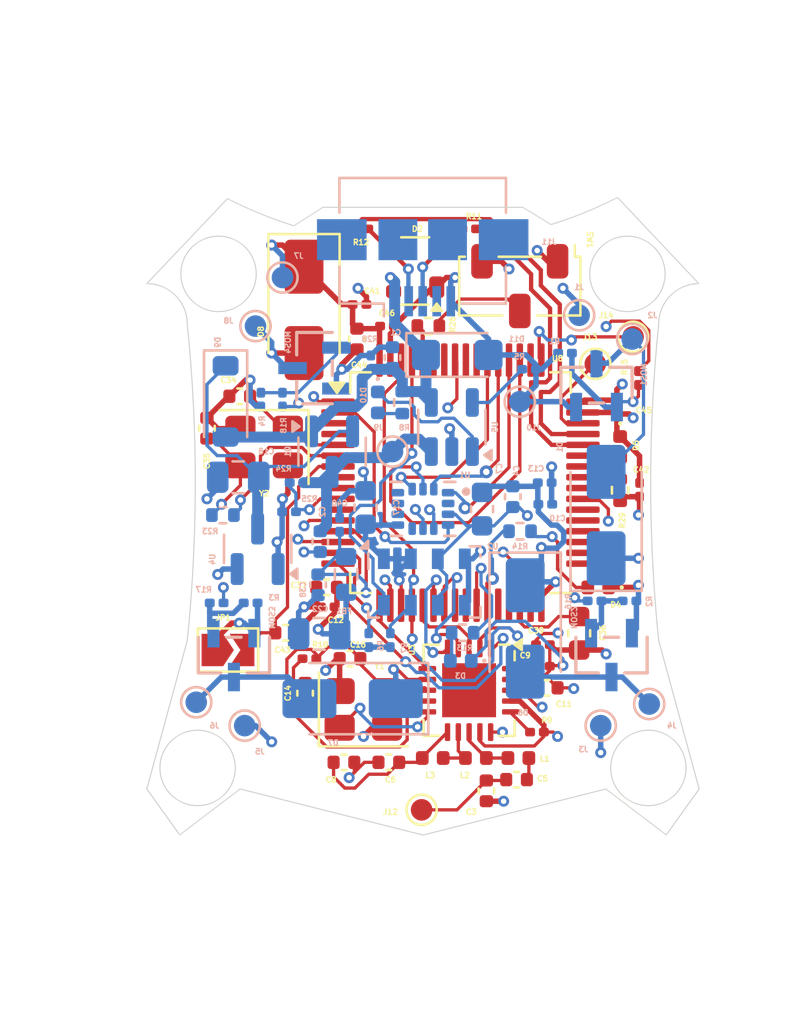
<source format=kicad_pcb>
(kicad_pcb (version 20241229) (generator "pcbnew") (generator_version "9.0")
  (layers (0 "F.Cu" signal) (4 "In1.Cu" signal) (6 "In2.Cu" signal) (2 "B.Cu" signal) (13 "F.Paste" user) (15 "B.Paste" user) (5 "F.SilkS" user "F.Silkscreen") (7 "B.SilkS" user "B.Silkscreen") (1 "F.Mask" user) (3 "B.Mask" user) (25 "Edge.Cuts" user))
  (net 0 "")
  (net 1 "GND")
  (net 2 "USB_VBUS")
  (net 3 "HSE_IN")
  (net 4 "Net-(C35-Pad1)")
  (net 5 "/VCAP")
  (net 6 "VREF")
  (net 7 "NRST")
  (net 8 "/D-")
  (net 9 "/D+")
  (net 10 "Net-(D3-A)")
  (net 11 "Net-(D4-A)")
  (net 12 "Net-(D5-A)")
  (net 13 "+2.8V")
  (net 14 "Baro_I2C_SCL")
  (net 15 "Baro_I2C_SDA")
  (net 16 "USB_D-")
  (net 17 "USB_D+")
  (net 18 "STATUS_LED1")
  (net 19 "STATUS_LED2")
  (net 20 "HSE_OUT")
  (net 21 "+BATT")
  (net 22 "ADC_BATT")
  (net 23 "BOOT0")
  (net 24 "Motor 1")
  (net 26 "SWCLK")
  (net 28 "GYRO_INT1")
  (net 34 "Net-(C5-Pad1)")
  (net 35 "Net-(U3-VDD_PA)")
  (net 36 "Motor 3")
  (net 39 "Net-(U3-DVDD)")
  (net 45 "Motor 4")
  (net 50 "GYRO_MISO")
  (net 51 "SWDIO")
  (net 52 "GYRO_MOSI")
  (net 55 "Motor 2")
  (net 57 "GYRO_CS")
  (net 58 "GYRO_SCK")
  (net 59 "Net-(D9-K)")
  (net 60 "Net-(U3-XC1)")
  (net 61 "Net-(U3-XC2)")
  (net 68 "Net-(D1-A)")
  (net 69 "Net-(U3-ANT2)")
  (net 70 "Net-(U3-ANT1)")
  (net 71 "Net-(U3-IREF)")
  (net 72 "RADIO_INT")
  (net 73 "RADIO_CSN")
  (net 74 "RADIO_SCK")
  (net 75 "RADIO_MISO")
  (net 76 "RADIO_CE")
  (net 77 "RADIO_MOSI")
  (net 78 "Net-(D6-A)")
  (net 79 "Net-(D7-A)")
  (net 80 "Net-(D8-A)")
  (net 87 "Net-(D10-K)")
  (net 88 "Net-(D10-A)")
  (net 89 "Net-(U5-PROG)")
  (net 90 "Net-(SW1-B)")
  (net 92 "Net-(J12-Pin_1)")
  (net 93 "Net-(MOS1-G)")
  (net 94 "Net-(MOS2-G)")
  (net 95 "Net-(MOS3-G)")
  (net 96 "Net-(MOS4-G)")
  (footprint "Capacitor_SMD:C_0402_1005Metric" (layer "F.Cu") (at 149.6 106.2)
    (property "Reference" "C8")
    (property "Value" "4.7p")
  )
  (footprint "Capacitor_SMD:C_0402_1005Metric" (layer "F.Cu") (at 148.795 98.1 180)
    (property "Reference" "C37")
    (property "Value" "4.7u")
  )
  (footprint "Resistor_SMD:R_0201_0603Metric" (layer "F.Cu") (at 148 101.4)
    (property "Reference" "R10")
    (property "Value" "1M")
  )
  (footprint "Capacitor_SMD:C_0402_1005Metric" (layer "F.Cu") (at 143.25 90.73 90)
    (property "Reference" "C35")
    (property "Value" "10p")
  )
  (footprint "Resistor_SMD:R_0201_0603Metric" (layer "F.Cu") (at 163.25 88.405 -90)
    (property "Reference" "R15")
    (property "Value" "10")
  )
  (footprint "TestPoint:TestPoint_Pad_D1.0mm" (layer "F.Cu") (at 161.25 87.75)
    (property "Reference" "J13")
    (property "Value" "SWDIO")
  )
  (footprint "Inductor_SMD:L_0402_1005Metric" (layer "F.Cu") (at 153.715 106)
    (property "Reference" "L3")
    (property "Value" "2.7n")
  )
  (footprint "Crystal:Crystal_SMD_3225-4Pin_3.2x2.5mm" (layer "F.Cu") (at 150.5 103.75)
    (property "Reference" "Y1")
    (property "Value" "16Mhz")
  )
  (footprint "Capacitor_SMD:C_0201_0603Metric" (layer "F.Cu") (at 150.32 85)
    (property "Reference" "C41")
    (property "Value" "100n")
  )
  (footprint "Capacitor_SMD:C_0201_0603Metric" (layer "F.Cu") (at 162.25 89.75 -90)
    (property "Reference" "C45")
    (property "Value" "100n")
  )
  (footprint "Capacitor_SMD:C_0402_1005Metric" (layer "F.Cu") (at 157.6 107 180)
    (property "Reference" "C5")
    (property "Value" "1.5p")
  )
  (footprint "Diode_SMD:D_SMA" (layer "F.Cu") (at 147.75 85.25 -90)
    (property "Reference" "D8")
    (property "Value" "SS14")
  )
  (footprint "Capacitor_SMD:C_0402_1005Metric" (layer "F.Cu") (at 147.8 103 90)
    (property "Reference" "C14")
    (property "Value" "22p")
  )
  (footprint "Capacitor_SMD:C_0603_1608Metric" (layer "F.Cu") (at 160.5 100.225 -90)
    (property "Reference" "C36")
    (property "Value" "4.7u")
  )
  (footprint "Capacitor_SMD:C_0402_1005Metric" (layer "F.Cu") (at 144.77 89.25 180)
    (property "Reference" "C34")
    (property "Value" "10p")
  )
  (footprint "Inductor_SMD:L_0402_1005Metric" (layer "F.Cu") (at 157.685 106)
    (property "Reference" "L1")
    (property "Value" "3.9n")
  )
  (footprint "Capacitor_SMD:C_0402_1005Metric" (layer "F.Cu") (at 146.9 100.2)
    (property "Reference" "C43")
    (property "Value" "0.1u")
  )
  (footprint "Package_TO_SOT_SMD:SOT-143" (layer "F.Cu") (at 152.9 83.45 180)
    (property "Reference" "D2")
    (property "Value" "PRTR5V0U2X")
  )
  (footprint "Resistor_SMD:R_0201_0603Metric" (layer "F.Cu") (at 158.545 104.8 180)
    (property "Reference" "R9")
    (property "Value" "22k")
  )
  (footprint "Package_DFN_QFN:QFN-20-1EP_4x4mm_P0.5mm_EP2.5x2.5mm" (layer "F.Cu") (at 155.4 102.8625 -90)
    (property "Reference" "U3")
    (property "Value" "nRF24L01P")
  )
  (footprint "Capacitor_SMD:C_0201_0603Metric" (layer "F.Cu") (at 158.82 100.75)
    (property "Reference" "C39")
    (property "Value" "100n")
  )
  (footprint "Capacitor_SMD:C_0402_1005Metric" (layer "F.Cu") (at 159.02 102.75 180)
    (property "Reference" "C11")
    (property "Value" "33n")
  )
  (footprint "TestPoint:TestPoint_Pad_D1.0mm" (layer "F.Cu") (at 163 86.5)
    (property "Reference" "J14")
    (property "Value" "SWCLK")
  )
  (footprint "Capacitor_SMD:C_0402_1005Metric" (layer "F.Cu") (at 150.2 86.6 -90)
    (property "Reference" "C44")
    (property "Value" "1u")
  )
  (footprint "Capacitor_SMD:C_0201_0603Metric" (layer "F.Cu") (at 163.3 93.58 90)
    (property "Reference" "C42")
    (property "Value" "100n")
  )
  (footprint "Package_QFP:LQFP-64_10x10mm_P0.5mm" (layer "F.Cu") (at 155 93.25)
    (property "Reference" "U8")
    (property "Value" "STM32F722RET6")
  )
  (footprint "TestPoint:TestPoint_Pad_D1.0mm" (layer "F.Cu") (at 153.2 108.4)
    (property "Reference" "J12")
    (property "Value" "ANT")
  )
  (footprint "Capacitor_SMD:C_0402_1005Metric" (layer "F.Cu") (at 149.88 101.4 180)
    (property "Reference" "C16")
    (property "Value" "22p")
  )
  (footprint "Capacitor_SMD:C_0201_0603Metric" (layer "F.Cu") (at 148.845 99 180)
    (property "Reference" "C12")
    (property "Value" "10n")
  )
  (footprint "Crystal:Crystal_SMD_3225-4Pin_3.2x2.5mm" (layer "F.Cu") (at 145.9 91.6 180)
    (property "Reference" "Y2")
    (property "Value" "8Mhz")
  )
  (footprint "Capacitor_SMD:C_0201_0603Metric" (layer "F.Cu") (at 151.595 86)
    (property "Reference" "C46")
    (property "Value" "100n")
  )
  (footprint "Button_Switch_SMD:Nidec_Copal_CAS-120A" (layer "F.Cu") (at 157.749999 84.15 -90)
    (property "Reference" "SW1")
    (property "Value" "SW_SPDT")
  )
  (footprint "Resistor_SMD:R_0201_0603Metric" (layer "F.Cu") (at 155.405 81.5)
    (property "Reference" "R11")
    (property "Value" "27")
  )
  (footprint "Capacitor_SMD:C_0402_1005Metric" (layer "F.Cu") (at 151.68 106.2 180)
    (property "Reference" "C6")
    (property "Value" "2.2n")
  )
  (footprint "Inductor_SMD:L_0402_1005Metric" (layer "F.Cu") (at 155.715 106)
    (property "Reference" "L2")
    (property "Value" "8.2n")
  )
  (footprint "Resistor_SMD:R_0201_0603Metric" (layer "F.Cu") (at 150.405 81.5 180)
    (property "Reference" "R12")
    (property "Value" "27")
  )
  (footprint "Resistor_SMD:R_0402_1005Metric" (layer "F.Cu") (at 153.51 86 180)
    (property "Reference" "R26")
    (property "Value" "10k")
  )
  (footprint "LED_SMD:LED_0402_1005Metric" (layer "F.Cu") (at 161.385 98.1 180)
    (property "Reference" "D4")
    (property "Value" "LED")
  )
  (footprint "Capacitor_SMD:C_0402_1005Metric" (layer "F.Cu") (at 156.2 107.52 -90)
    (property "Reference" "C3")
    (property "Value" "1p")
  )
  (footprint "Capacitor_SMD:C_0201_0603Metric" (layer "F.Cu") (at 158.82 101.75)
    (property "Reference" "C9")
    (property "Value" "1n")
  )
  (footprint "LED_SMD:LED_0402_1005Metric" (layer "F.Cu") (at 162.4 91.6 -90)
    (property "Reference" "D5")
    (property "Value" "LED")
  )
  (footprint "Resistor_SMD:R_0402_1005Metric" (layer "F.Cu") (at 162.4 93.6 90)
    (property "Reference" "R29")
    (property "Value" "330")
  )
  (footprint "Jumper:SolderJumper-2_P1.3mm_Open_TrianglePad1.0x1.5mm" (layer "F.Cu") (at 144.225 101)
    (property "Reference" "JP1")
    (property "Value" "NRST")
  )
  (footprint "TestPoint:TestPoint_Pad_D1.0mm" (layer "B.Cu") (at 145 104.5)
    (property "Reference" "J5")
    (property "Value" "M3+")
  )
  (footprint "Capacitor_SMD:C_0402_1005Metric" (layer "B.Cu") (at 148.5 95.98 -90)
    (property "Reference" "C2")
    (property "Value" "4.7u")
  )
  (footprint "Resistor_SMD:R_0201_0603Metric" (layer "B.Cu") (at 151.75 100.545 90)
    (property "Reference" "R7")
    (property "Value" "4.7k")
  )
  (footprint "SI2302_TP:SOT-23_MCC" (layer "B.Cu") (at 148.234 87.94615 -90)
    (property "Reference" "MOS4")
    (property "Value" "SI2302-TP")
  )
  (footprint "TestPoint:TestPoint_Pad_D1.0mm" (layer "B.Cu") (at 151.850844 91.811593 180)
    (property "Reference" "J9")
    (property "Value" "+BATT")
  )
  (footprint "TestPoint:TestPoint_Pad_D1.0mm" (layer "B.Cu") (at 162.9577 86.6 180)
    (property "Reference" "J2")
    (property "Value" "M1-")
  )
  (footprint "SI2302_TP:SOT-23_MCC" (layer "B.Cu") (at 161.30385 88.734 180)
    (property "Reference" "MOS1")
    (property "Value" "SI2302-TP")
  )
  (footprint "Diode_SMD:D_SMA" (layer "B.Cu") (at 150 103.25 180)
    (property "Reference" "D7")
    (property "Value" "SS14")
  )
  (footprint "Diode_SMD:D_SOD-123" (layer "B.Cu") (at 144.114464 89.487644 -90)
    (property "Reference" "D9")
    (property "Value" "RB088LAM-40TFR")
  )
  (footprint "Diode_SMD:D_SMF" (layer "B.Cu") (at 154.85 87.3375)
    (property "Reference" "D11")
    (property "Value" "SMF5V0A")
  )
  (footprint "TestPoint:TestPoint_Pad_D1.0mm" (layer "B.Cu") (at 161.5 104.5)
    (property "Reference" "J3")
    (property "Value" "M2+")
  )
  (footprint "Resistor_SMD:R_0201_0603Metric" (layer "B.Cu") (at 146.75 89.405 90)
    (property "Reference" "R18")
    (property "Value" "10")
  )
  (footprint "Resistor_SMD:R_0603_1608Metric" (layer "B.Cu") (at 149.7 97.5 -90)
    (property "Reference" "FB1")
    (property "Value" "120R @ 100MHz")
  )
  (footprint "Resistor_SMD:R_0201_0603Metric" (layer "B.Cu") (at 161.21385 98.726)
    (property "Reference" "R16")
    (property "Value" "10")
  )
  (footprint "TestPoint:TestPoint_Pad_D1.0mm" (layer "B.Cu") (at 163.75 103.5)
    (property "Reference" "J4")
    (property "Value" "M2-")
  )
  (footprint "Resistor_SMD:R_0402_1005Metric" (layer "B.Cu") (at 152.305215 89.541656 -90)
    (property "Reference" "R8")
    (property "Value" "470")
  )
  (footprint "Resistor_SMD:R_0201_0603Metric" (layer "B.Cu") (at 159.845 87.25 180)
    (property "Reference" "R1")
    (property "Value" "10k")
  )
  (footprint "Capacitor_SMD:C_0201_0603Metric" (layer "B.Cu") (at 158.93 94.25)
    (property "Reference" "C10")
    (property "Value" "10n")
  )
  (footprint "Package_TO_SOT_SMD:SOT-23" (layer "B.Cu") (at 145.6 96.3125 90)
    (property "Reference" "U4")
    (property "Value" "MCP1700x-280xxTT")
  )
  (footprint "Resistor_SMD:R_0201_0603Metric" (layer "B.Cu") (at 150.85 87.6825 90)
    (property "Reference" "R28")
    (property "Value" "100K")
  )
  (footprint "Resistor_SMD:R_0201_0603Metric" (layer "B.Cu") (at 147.055 94.6 180)
    (property "Reference" "R25")
    (property "Value" "1k")
  )
  (footprint "Resistor_SMD:R_0201_0603Metric" (layer "B.Cu") (at 162.83385 98.726)
    (property "Reference" "R2")
    (property "Value" "10k")
  )
  (footprint "Capacitor_SMD:C_0402_1005Metric" (layer "B.Cu") (at 151.85 87.4575 90)
    (property "Reference" "C1")
    (property "Value" "4.7u")
  )
  (footprint "Package_TO_SOT_SMD:SOT-23" (layer "B.Cu") (at 149.05 91.8125 -90)
    (property "Reference" "Q1")
    (property "Value" "DMG3415")
  )
  (footprint "Diode_SMD:D_SMA" (layer "B.Cu") (at 158 100 -90)
    (property "Reference" "D6")
    (property "Value" "SS14")
  )
  (footprint "Capacitor_SMD:C_0603_1608Metric" (layer "B.Cu") (at 156 94.475 -90)
    (property "Reference" "C7")
    (property "Value" "2.2u")
  )
  (footprint "Capacitor_SMD:C_0402_1005Metric" (layer "B.Cu") (at 148.4 97.98 -90)
    (property "Reference" "C38")
    (property "Value" "1u")
  )
  (footprint "Resistor_SMD:R_0402_1005Metric" (layer "B.Cu") (at 155.1 100.2 180)
    (property "Reference" "R13")
    (property "Value" "330")
  )
  (footprint "ICM_42688_P:PQFN50P300X250X97-14N" (layer "B.Cu") (at 153.2625 94.463871 180)
    (property "Reference" "U1")
    (property "Value" "ICM-42688-P")
  )
  (footprint "Resistor_SMD:R_0201_0603Metric" (layer "B.Cu") (at 145.75 89.405 -90)
    (property "Reference" "R4")
    (property "Value" "10k")
  )
  (footprint "Package_LGA:LGA-8_3x5mm_P1.25mm" (layer "B.Cu") (at 153.325 97.85 -90)
    (property "Reference" "U2")
    (property "Value" "MS5611-01BA")
  )
  (footprint "Capacitor_SMD:C_0805_2012Metric" (layer "B.Cu") (at 144.7 93 180)
    (property "Reference" "C18")
    (property "Value" "10u")
  )
  (footprint "TestPoint:TestPoint_Pad_D1.0mm" (layer "B.Cu") (at 160.5 85.5 180)
    (property "Reference" "J1")
    (property "Value" "M1+")
  )
  (footprint "SI2302_TP:SOT-23_MCC" (layer "B.Cu") (at 144.5 101.234)
    (property "Reference" "MOS3")
    (property "Value" "SI2302-TP")
  )
  (footprint "Resistor_SMD:R_0201_0603Metric" (layer "B.Cu") (at 143.69885 98.818 180)
    (property "Reference" "R17")
    (property "Value" "10")
  )
  (footprint "Capacitor_SMD:C_0201_0603Metric" (layer "B.Cu") (at 149.4 95.2 90)
    (property "Reference" "C40")
    (property "Value" "100n")
  )
  (footprint "Capacitor_SMD:C_0402_1005Metric" (layer "B.Cu") (at 157.425 93.9 -90)
    (property "Reference" "C4")
    (property "Value" "0.1u")
  )
  (footprint "Capacitor_SMD:C_0603_1608Metric" (layer "B.Cu") (at 150.6 94.4 90)
    (property "Reference" "C17")
    (property "Value" "2.2u")
  )
  (footprint "TestPoint:TestPoint_Pad_D1.0mm" (layer "B.Cu") (at 157.75 89.5 180)
    (property "Reference" "J10")
    (property "Value" "GND")
  )
  (footprint "Capacitor_SMD:C_0201_0603Metric" (layer "B.Cu") (at 158.905 93.25)
    (property "Reference" "C13")
    (property "Value" "100n")
  )
  (footprint "SI2302_TP:SOT-23_MCC" (layer "B.Cu") (at 162 101.234)
    (property "Reference" "MOS2")
    (property "Value" "SI2302-TP")
  )
  (footprint "Package_TO_SOT_SMD:SOT-23-5" (layer "B.Cu") (at 154.6 90.675 90)
    (property "Reference" "U5")
    (property "Value" "MCP73831-2-OT")
  )
  (footprint "TestPoint:TestPoint_Pad_D1.0mm" (layer "B.Cu") (at 145.5 86 180)
    (property "Reference" "J8")
    (property "Value" "M4-")
  )
  (footprint "LED_SMD:LED_0402_1005Metric" (layer "B.Cu") (at 155.015 101.5 180)
    (property "Reference" "D3")
    (property "Value" "LED")
  )
  (footprint "Resistor_SMD:R_0201_0603Metric" (layer "B.Cu") (at 145.27385 98.818)
    (property "Reference" "R3")
    (property "Value" "10k")
  )
  (footprint "TestPoint:TestPoint_Pad_D1.0mm" (layer "B.Cu") (at 146.75 83.75 180)
    (property "Reference" "J7")
    (property "Value" "M4+")
  )
  (footprint "Connector_USB:USB_Micro-B_Amphenol_10104110_Horizontal" (layer "B.Cu") (at 153.25 83.3)
    (property "Reference" "J11")
    (property "Value" "USB_B_Micro")
  )
  (footprint "Diode_SMD:D_SMA" (layer "B.Cu") (at 161.75 94.75 90)
    (property "Reference" "D1")
    (property "Value" "SS14")
  )
  (footprint "Resistor_SMD:R_0201_0603Metric" (layer "B.Cu") (at 158.18 88)
    (property "Reference" "R5")
    (property "Value" "24.9k")
  )
  (footprint "LED_SMD:LED_0402_1005Metric" (layer "B.Cu") (at 151.170614 89.534785 -90)
    (property "Reference" "D10")
    (property "Value" "LED")
  )
  (footprint "Resistor_SMD:R_0201_0603Metric" (layer "B.Cu") (at 150.75 100.545 90)
    (property "Reference" "R6")
    (property "Value" "4.7k")
  )
  (footprint "TestPoint:TestPoint_Pad_D1.0mm" (layer "B.Cu") (at 142.75385 103.418)
    (property "Reference" "J6")
    (property "Value" "M3-")
  )
  (footprint "Resistor_SMD:R_0201_0603Metric" (layer "B.Cu") (at 147.405 93.25 180)
    (property "Reference" "R24")
    (property "Value" "10k")
  )
  (footprint "Capacitor_SMD:C_0805_2012Metric" (layer "B.Cu") (at 148.45 100.25 180)
    (property "Reference" "C22")
    (property "Value" "22u")
  )
  (footprint "Resistor_SMD:R_0402_1005Metric" (layer "B.Cu") (at 143.99 94.75 180)
    (property "Reference" "R23")
    (property "Value" "0R")
  )
  (footprint "Resistor_SMD:R_0402_1005Metric" (layer "B.Cu") (at 157.76 95.5)
    (property "Reference" "R14")
    (property "Value" "330")
  )
  (gr_arc (start 164.187445 100.560955) (mid 163.815311 93.234977) (end 164.187445 85.909) (stroke (width 0.05)) (layer "Edge.Cuts"))
  (gr_line (start 157.890286 80.5) (end 148.623607 80.5) (stroke (width 0.05)) (layer "Edge.Cuts"))
  (gr_line (start 140.4625 107.434) (end 142.337554 100.560955) (stroke (width 0.05)) (layer "Edge.Cuts"))
  (gr_line (start 164.5375 109.559) (end 161.7375 107.434) (stroke (width 0.05)) (layer "Edge.Cuts"))
  (gr_circle (center 143.7875 83.584) (end 143.7875 81.83775) (stroke (width 0.05)) (fill no) (layer "Edge.Cuts"))
  (gr_line (start 164.5375 109.559) (end 166.0625 107.434) (stroke (width 0.05)) (layer "Edge.Cuts"))
  (gr_circle (center 162.7375 83.584) (end 162.7375 81.83775) (stroke (width 0.05)) (fill no) (layer "Edge.Cuts"))
  (gr_line (start 161.7375 107.434) (end 153.2625 109.566) (stroke (width 0.05)) (layer "Edge.Cuts"))
  (gr_circle (center 142.81625 106.459) (end 141.07 106.459) (stroke (width 0.05)) (fill no) (layer "Edge.Cuts"))
  (gr_arc (start 140.462553 84.033945) (mid 141.788383 84.583155) (end 142.337555 85.909) (stroke (width 0.05)) (layer "Edge.Cuts"))
  (gr_line (start 141.9875 109.559) (end 140.4625 107.434) (stroke (width 0.05)) (layer "Edge.Cuts"))
  (gr_arc (start 162.279933 80.044994) (mid 160.76625 80.737) (end 159.2 81.3) (stroke (width 0.05)) (layer "Edge.Cuts"))
  (gr_arc (start 147.279933 81.355006) (mid 145.713683 80.792006) (end 144.2 80.1) (stroke (width 0.05)) (layer "Edge.Cuts"))
  (gr_line (start 144.7875 107.434) (end 153.2625 109.566) (stroke (width 0.05)) (layer "Edge.Cuts"))
  (gr_circle (center 163.70875 106.459) (end 165.455 106.459) (stroke (width 0.05)) (fill no) (layer "Edge.Cuts"))
  (gr_line (start 148.623607 80.5) (end 147.279933 81.355006) (stroke (width 0.05)) (layer "Edge.Cuts"))
  (gr_line (start 144.199987 80.1) (end 140.4625 84.034) (stroke (width 0.05)) (layer "Edge.Cuts"))
  (gr_arc (start 164.187445 85.909) (mid 164.731569 84.588223) (end 166.04814 84.034) (stroke (width 0.05)) (layer "Edge.Cuts"))
  (gr_line (start 157.890286 80.5) (end 159.2 81.3) (stroke (width 0.05)) (layer "Edge.Cuts"))
  (gr_arc (start 142.337555 85.909) (mid 142.709689 93.234978) (end 142.337555 100.560955) (stroke (width 0.05)) (layer "Edge.Cuts"))
  (gr_line (start 164.187445 100.560955) (end 166.0625 107.434) (stroke (width 0.05)) (layer "Edge.Cuts"))
  (gr_line (start 144.7875 107.434) (end 141.9875 109.559) (stroke (width 0.05)) (layer "Edge.Cuts"))
  (gr_line (start 166.048139 84.034) (end 162.279933 80.044993) (stroke (width 0.05)) (layer "Edge.Cuts"))
  (segment (start 150.08 106.2) (end 150.08 106.67) (width 0.1524) (layer "F.Cu") (net 1))
  (segment (start 157.3375 103.3625) (end 157.749999 103.3625) (width 0.254) (layer "F.Cu") (net 1))
  (segment (start 144.25 89.25) (end 143.25 90.25) (width 0.254) (layer "F.Cu") (net 1))
  (segment (start 149.4 102.9) (end 149.4 101.4) (width 0.254) (layer "F.Cu") (net 1))
  (segment (start 158.422899 105.4421) (end 158.865 104.999999) (width 0.1524) (layer "F.Cu") (net 1))
  (segment (start 151.915 86) (end 153.715 84.2) (width 0.254) (layer "F.Cu") (net 1))
  (segment (start 158.25 97.732042) (end 156.979175 96.461217) (width 0.15) (layer "F.Cu") (net 1))
  (segment (start 157.749999 103.3625) (end 158.865 104.477501) (width 0.254) (layer "F.Cu") (net 1))
  (segment (start 154.35 83.75) (end 153.9 84.2) (width 0.254) (layer "F.Cu") (net 1))
  (segment (start 158.865 104.477501) (end 158.865 104.8) (width 0.254) (layer "F.Cu") (net 1))
  (segment (start 159.5 102.75) (end 158.9296 102.1796) (width 0.1524) (layer "F.Cu") (net 1))
  (segment (start 149.325 95) (end 148 95) (width 0.1524) (layer "F.Cu") (net 1))
  (segment (start 159.3 104.8) (end 159.5 105) (width 0.1524) (layer "F.Cu") (net 1))
  (segment (start 151.75 98.925) (end 151.75 98.020614) (width 0.1524) (layer "F.Cu") (net 1))
  (segment (start 162.25 90.07) (end 162.25 90.965) (width 0.254) (layer "F.Cu") (net 1))
  (segment (start 149.2936 101.4) (end 148.75 101.9436) (width 0.254) (layer "F.Cu") (net 1))
  (segment (start 163.15 98.1) (end 163.25 98) (width 0.254) (layer "F.Cu") (net 1))
  (segment (start 150 106.75) (end 149.838422 106.911578) (width 0.1524) (layer "F.Cu") (net 1))
  (segment (start 144.8 90.75) (end 143.75 90.75) (width 0.254) (layer "F.Cu") (net 1))
  (segment (start 147.38 100.2) (end 147.38 100.145) (width 0.254) (layer "F.Cu") (net 1))
  (segment (start 150.64 85) (end 150.64 84.64) (width 0.254) (layer "F.Cu") (net 1))
  (segment (start 150.55 106.2) (end 149.838422 106.911578) (width 0.1524) (layer "F.Cu") (net 1))
  (segment (start 150.905939 104.6) (end 150.505585 105.000354) (width 0.254) (layer "F.Cu") (net 1))
  (segment (start 150.08 106.67) (end 150 106.75) (width 0.1524) (layer "F.Cu") (net 1))
  (segment (start 156.2 108) (end 157 108) (width 0.254) (layer "F.Cu") (net 1))
  (segment (start 151.75 86.364999) (end 151.915 86.199999) (width 0.254) (layer "F.Cu") (net 1))
  (segment (start 148.315 98.1) (end 148.315 98.79) (width 0.254) (layer "F.Cu") (net 1))
  (segment (start 143.75 90.75) (end 143.25 90.25) (width 0.254) (layer "F.Cu") (net 1))
  (segment (start 150 106.75) (end 149.841422 106.908578) (width 0.1524) (layer "F.Cu") (net 1))
  (segment (start 163.3 92.015) (end 163.3 93.26) (width 0.254) (layer "F.Cu") (net 1))
  (segment (start 149.5 88) (end 149.5 87.78) (width 0.254) (layer "F.Cu") (net 1))
  (segment (start 158.75 102.1796) (end 158.910399 102.1796) (width 0.1524) (layer "F.Cu") (net 1))
  (segment (start 147.38 100.145) (end 148.525 99) (width 0.254) (layer "F.Cu") (net 1))
  (segment (start 149.4 101.4) (end 149.2936 101.4) (width 0.254) (layer "F.Cu") (net 1))
  (segment (start 157.913604 101.8625) (end 158.230704 102.1796) (width 0.1524) (layer "F.Cu") (net 1))
  (segment (start 160.675 90) (end 162.18 90) (width 0.254) (layer "F.Cu") (net 1))
  (segment (start 162.8234 90.07) (end 163.0034 90.25) (width 0.254) (layer "F.Cu") (net 1))
  (segment (start 159.1694 101.7206) (end 159.14 101.75) (width 0.1524) (layer "F.Cu") (net 1))
  (segment (start 159.75 101.7206) (end 159.1694 101.7206) (width 0.1524) (layer "F.Cu") (net 1))
  (segment (start 162.4 91.115) (end 163.3 92.015) (width 0.254) (layer "F.Cu") (net 1))
  (segment (start 161.87 98.1) (end 163.15 98.1) (width 0.254) (layer "F.Cu") (net 1))
  (segment (start 149.5 87.78) (end 150.2 87.08) (width 0.254) (layer "F.Cu") (net 1))
  (segment (start 155.9 104.8) (end 155.9 105.212499) (width 0.1524) (layer "F.Cu") (net 1))
  (segment (start 143.5 101) (end 143.5 100.64652) (width 0.254) (layer "F.Cu") (net 1))
  (segment (start 158.230704 102.1796) (end 158.75 102.1796) (width 0.1524) (layer "F.Cu") (net 1))
  (segment (start 158.25 98) (end 158.25 97.879364) (width 0.1524) (layer "F.Cu") (net 1))
  (segment (start 159.5 102.75) (end 160.2206 102.75) (width 0.1524) (layer "F.Cu") (net 1))
  (segment (start 153.35 102.75) (end 152.5296 102.75) (width 0.1524) (layer "F.Cu") (net 1))
  (segment (start 157.3375 101.8625) (end 157.913604 101.8625) (width 0.1524) (layer "F.Cu") (net 1))
  (segment (start 149.841422 106.908578) (end 149.840544 106.908578) (width 0.1524) (layer "F.Cu") (net 1))
  (segment (start 159.14 100.75) (end 159.14 101.75) (width 0.1524) (layer "F.Cu") (net 1))
  (segment (start 162.25 90.07) (end 162.8234 90.07) (width 0.254) (layer "F.Cu") (net 1))
  (segment (start 155.9 105.212499) (end 156.129601 105.4421) (width 0.1524) (layer "F.Cu") (net 1))
  (segment (start 158.865 104.999999) (end 158.865 104.8) (width 0.1524) (layer "F.Cu") (net 1))
  (segment (start 148.525 99) (end 147.75 99) (width 0.254) (layer "F.Cu") (net 1))
  (segment (start 150.64 84.64) (end 150.25 84.25) (width 0.254) (layer "F.Cu") (net 1))
  (segment (start 151.75 87.575) (end 151.75 86.364999) (width 0.254) (layer "F.Cu") (net 1))
  (segment (start 162.18 90) (end 162.25 90.07) (width 0.254) (layer "F.Cu") (net 1))
  (segment (start 152.5296 102.75) (end 152.5296 103.455584) (width 0.1524) (layer "F.Cu") (net 1))
  (segment (start 151.2 106.2) (end 150.55 106.2) (width 0.1524) (layer "F.Cu") (net 1))
  (segment (start 158.25 98) (end 158.25 97.732042) (width 0.15) (layer "F.Cu") (net 1))
  (segment (start 147 93.75) (end 146.75 94) (width 0.254) (layer "F.Cu") (net 1))
  (segment (start 160.5 101) (end 159.39 101) (width 0.254) (layer "F.Cu") (net 1))
  (segment (start 159.14 101.949999) (end 159.14 101.75) (width 0.1524) (layer "F.Cu") (net 1))
  (segment (start 156.129601 105.4421) (end 158.422899 105.4421) (width 0.1524) (layer "F.Cu") (net 1))
  (segment (start 144.393236 99.753284) (end 144.752011 99.753284) (width 0.254) (layer "F.Cu") (net 1))
  (segment (start 160.2206 102.75) (end 160.25 102.7794) (width 0.1524) (layer "F.Cu") (net 1))
  (segment (start 151.5 97.770614) (end 151.75 98.020614) (width 0.1524) (layer "F.Cu") (net 1))
  (segment (start 144.29 89.25) (end 145.04 88.5) (width 0.254) (layer "F.Cu") (net 1))
  (segment (start 154.75 83.75) (end 154.35 83.75) (width 0.254) (layer "F.Cu") (net 1))
  (segment (start 153.715 84.2) (end 153.9 84.2) (width 0.254) (layer "F.Cu") (net 1))
  (segment (start 151.6 104.385184) (end 151.6 104.6) (width 0.1524) (layer "F.Cu") (net 1))
  (segment (start 145.04 88.5) (end 145.25 88.5) (width 0.254) (layer "F.Cu") (net 1))
  (segment (start 158.25 98.925) (end 158.25 98) (width 0.1524) (layer "F.Cu") (net 1))
  (segment (start 159.054002 83) (end 158.554002 82.5) (width 0.254) (layer "F.Cu") (net 1))
  (segment (start 147.8 102.52) (end 149.02 102.52) (width 0.254) (layer "F.Cu") (net 1))
  (segment (start 159.75 101.7206) (end 159.75 101.7166) (width 0.1524) (layer "F.Cu") (net 1))
  (segment (start 152.5296 103.455584) (end 151.6 104.385184) (width 0.1524) (layer "F.Cu") (net 1))
  (segment (start 158.865 104.8) (end 159.3 104.8) (width 0.1524) (layer "F.Cu") (net 1))
  (segment (start 159.39 101) (end 159.14 100.75) (width 0.254) (layer "F.Cu") (net 1))
  (segment (start 162.25 90.965) (end 162.4 91.115) (width 0.254) (layer "F.Cu") (net 1))
  (segment (start 144.29 89.25) (end 144.25 89.25) (width 0.254) (layer "F.Cu") (net 1))
  (segment (start 151.6 104.6) (end 150.905939 104.6) (width 0.254) (layer "F.Cu") (net 1))
  (segment (start 148.315 98.79) (end 148.525 99) (width 0.254) (layer "F.Cu") (net 1))
  (segment (start 147 92.45) (end 147 93.75) (width 0.254) (layer "F.Cu") (net 1))
  (segment (start 158.910399 102.1796) (end 159.14 101.949999) (width 0.1524) (layer "F.Cu") (net 1))
  (segment (start 148 95) (end 147.75 95.25) (width 0.1524) (layer "F.Cu") (net 1))
  (segment (start 151.5 97.770614) (end 151.5 97.75) (width 0.1524) (layer "F.Cu") (net 1))
  (segment (start 160.5 101) (end 161.566802 101) (width 0.254) (layer "F.Cu") (net 1))
  (segment (start 158.9296 102.1796) (end 158.75 102.1796) (width 0.1524) (layer "F.Cu") (net 1))
  (segment (start 161.566802 101) (end 161.75 101.183198) (width 0.254) (layer "F.Cu") (net 1))
  (segment (start 159.499998 83) (end 159.054002 83) (width 0.254) (layer "F.Cu") (net 1))
  (segment (start 143.5 100.64652) (end 144.393236 99.753284) (width 0.254) (layer "F.Cu") (net 1))
  (segment (start 153.4625 102.8625) (end 153.35 102.75) (width 0.1524) (layer "F.Cu") (net 1))
  (segment (start 160.25 102.7794) (end 160.25 102.7834) (width 0.1524) (layer "F.Cu") (net 1))
  (segment (start 149.02 102.52) (end 149.4 102.9) (width 0.254) (layer "F.Cu") (net 1))
  (via (at 154.75 83.75) (size 0.508) (drill 0.254) (layers "F.Cu" "B.Cu") (net 1))
  (via (at 146.5 96) (size 0.508) (drill 0.254) (layers "F.Cu" "B.Cu") (net 1))
  (via (at 150.5 92.753) (size 0.508) (drill 0.254) (layers "F.Cu" "B.Cu") (net 1))
  (via (at 161.75 101.183198) (size 0.508) (drill 0.254) (layers "F.Cu" "B.Cu") (net 1))
  (via (at 146.75 94) (size 0.508) (drill 0.254) (layers "F.Cu" "B.Cu") (net 1))
  (via (at 147.747 96.46) (size 0.508) (drill 0.254) (layers "F.Cu" "B.Cu") (net 1))
  (via (at 158.554002 82.5) (size 0.508) (drill 0.254) (layers "F.Cu" "B.Cu") (net 1))
  (via (at 163.25 98) (size 0.508) (drill 0.254) (layers "F.Cu" "B.Cu") (net 1))
  (via (at 159.75 101.7166) (size 0.508) (drill 0.254) (layers "F.Cu" "B.Cu") (net 1))
  (via (at 149.5 88) (size 0.508) (drill 0.254) (layers "F.Cu" "B.Cu") (net 1))
  (via (at 156.979175 96.461217) (size 0.508) (drill 0.254) (layers "F.Cu" "B.Cu") (net 1))
  (via (at 158.102456 94.774057) (size 0.508) (drill 0.254) (layers "F.Cu" "B.Cu") (net 1))
  (via (at 150.505585 105.000354) (size 0.508) (drill 0.254) (layers "F.Cu" "B.Cu") (net 1))
  (via (at 143.25 94) (size 0.508) (drill 0.254) (layers "F.Cu" "B.Cu") (net 1))
  (via (at 159.225 92.5174) (size 0.508) (drill 0.254) (layers "F.Cu" "B.Cu") (net 1))
  (via (at 151.5 97.75) (size 0.508) (drill 0.254) (layers "F.Cu" "B.Cu") (net 1))
  (via (at 157 108) (size 0.508) (drill 0.254) (layers "F.Cu" "B.Cu") (net 1))
  (via (at 150.25 84.25) (size 0.508) (drill 0.254) (layers "F.Cu" "B.Cu") (net 1))
  (via (at 148.75 101.9436) (size 0.508) (drill 0.254) (layers "F.Cu" "B.Cu") (net 1))
  (via (at 160.25 102.7834) (size 0.508) (drill 0.254) (layers "F.Cu" "B.Cu") (net 1))
  (via (at 152.910283 94.490547) (size 0.508) (drill 0.254) (layers "F.Cu" "B.Cu") (net 1))
  (via (at 163.0034 90.25) (size 0.508) (drill 0.254) (layers "F.Cu" "B.Cu") (net 1))
  (via (at 147.75 99) (size 0.508) (drill 0.254) (layers "F.Cu" "B.Cu") (net 1))
  (via (at 147.75 95.25) (size 0.508) (drill 0.254) (layers "F.Cu" "B.Cu") (net 1))
  (via (at 154.5 90.75) (size 0.508) (drill 0.254) (layers "F.Cu" "B.Cu") (net 1))
  (via (at 145.25 88.5) (size 0.508) (drill 0.254) (layers "F.Cu" "B.Cu") (net 1))
  (via (at 159.5 105) (size 0.508) (drill 0.254) (layers "F.Cu" "B.Cu") (net 1))
  (via (at 149.840544 106.908578) (size 0.508) (drill 0.254) (layers "F.Cu" "B.Cu") (net 1))
  (via (at 144.752011 99.753284) (size 0.508) (drill 0.254) (layers "F.Cu" "B.Cu") (net 1))
  (segment (start 151.235 86.9775) (end 150.85 87.3625) (width 0.254) (layer "B.Cu") (net 1))
  (segment (start 156.3 87.3375) (end 156.3 86.6) (width 0.254) (layer "B.Cu") (net 1))
  (segment (start 143.75 93) (end 143.75 93.5) (width 0.254) (layer "B.Cu") (net 1))
  (segment (start 145.59385 100.0703) (end 145.44615 100.218) (width 0.254) (layer "B.Cu") (net 1))
  (segment (start 162.94615 100.218) (end 163.15385 100.0103) (width 0.254) (layer "B.Cu") (net 1))
  (segment (start 156.188643 100.811357) (end 156.188643 100.132108) (width 0.1524) (layer "B.Cu") (net 1))
  (segment (start 156.3 86.6) (end 154.55 84.85) (width 0.254) (layer "B.Cu") (net 1))
  (segment (start 158.775 88) (end 159.525 87.25) (width 0.254) (layer "B.Cu") (net 1))
  (segment (start 159.225 94.225) (end 159.25 94.25) (width 0.1524) (layer "B.Cu") (net 1))
  (segment (start 144.752011 99.753284) (end 144.981434 99.753284) (width 0.254) (layer "B.Cu") (net 1))
  (segment (start 159.225 93.25) (end 159.225 94.225) (width 0.254) (layer "B.Cu") (net 1))
  (segment (start 155.296103 95.25) (end 156 95.25) (width 0.1524) (layer "B.Cu") (net 1))
  (segment (start 154.3609 97.551177) (end 154.3609 98.1391) (width 0.15) (layer "B.Cu") (net 1))
  (segment (start 158.037499 87.3375) (end 158.5 87.800001) (width 0.254) (layer "B.Cu") (net 1))
  (segment (start 147.79 96.46) (end 147.75 96.5) (width 0.1524) (layer "B.Cu") (net 1))
  (segment (start 159.2326 92.5174) (end 159.225 92.5174) (width 0.1524) (layer "B.Cu") (net 1))
  (segment (start 145.25 88.5) (end 145.25 89.424999) (width 0.254) (layer "B.Cu") (net 1))
  (segment (start 147.5 99.25) (end 147.75 99) (width 0.254) (layer "B.Cu") (net 1))
  (segment (start 157.708399 94.38) (end 158.102456 94.774057) (width 0.1524) (layer "B.Cu") (net 1))
  (segment (start 156.651063 99.669688) (end 158.004872 99.669688) (width 0.1524) (layer "B.Cu") (net 1))
  (segment (start 153.2625 95.378871) (end 153.2625 94.937013) (width 0.1524) (layer "B.Cu") (net 1))
  (segment (start 144.981434 99.753284) (end 145.44615 100.218) (width 0.254) (layer "B.Cu") (net 1))
  (segment (start 150.6 92.853) (end 150.5 92.753) (width 0.1524) (layer "B.Cu") (net 1))
  (segment (start 158.5 88.75) (end 158.5 88) (width 0.254) (layer "B.Cu") (net 1))
  (segment (start 150.6 93.625) (end 150.6 92.853) (width 0.1524) (layer "B.Cu") (net 1))
  (segment (start 163.15385 100.0103) (end 163.15385 98.726) (width 0.254) (layer "B.Cu") (net 1))
  (segment (start 157.425 94.38) (end 157.708399 94.38) (width 0.1524) (layer "B.Cu") (net 1))
  (segment (start 145.550001 89.725) (end 145.75 89.725) (width 0.254) (layer "B.Cu") (net 1))
  (segment (start 145.59385 98.818) (end 145.59385 100.0703) (width 0.254) (layer "B.Cu") (net 1))
  (segment (start 150.6 93.625) (end 149.875 93.625) (width 0.254) (layer "B.Cu") (net 1))
  (segment (start 149.25 88.8923) (end 149.25 88.25) (width 0.254) (layer "B.Cu") (net 1))
  (segment (start 154.759974 94.713871) (end 155.296103 95.25) (width 0.1524) (layer "B.Cu") (net 1))
  (segment (start 149.25 88.25) (end 149.5 88) (width 0.254) (layer "B.Cu") (net 1))
  (segment (start 156.188643 100.132108) (end 156.651063 99.669688) (width 0.1524) (layer "B.Cu") (net 1))
  (segment (start 158.5 87.800001) (end 158.5 88) (width 0.254) (layer "B.Cu") (net 1))
  (segment (start 146.55 96.05) (end 146.5 96) (width 0.254) (layer "B.Cu") (net 1))
  (segment (start 153.95 97.140277) (end 154.3609 97.551177) (width 0.15) (layer "B.Cu") (net 1))
  (segment (start 146.75 94) (end 146.75 94.585) (width 0.254) (layer "B.Cu") (net 1))
  (segment (start 158.5 88) (end 158.775 88) (width 0.254) (layer "B.Cu") (net 1))
  (segment (start 149.875 93.625) (end 149.4 94.1) (width 0.254) (layer "B.Cu") (net 1))
  (segment (start 154.55 83.95) (end 154.75 83.75) (width 0.254) (layer "B.Cu") (net 1))
  (segment (start 147.75 99) (end 147.86 99) (width 0.254) (layer "B.Cu") (net 1))
  (segment (start 149.7506 88) (end 149.5 88) (width 0.254) (layer "B.Cu") (net 1))
  (segment (start 143.75 93.5) (end 143.25 94) (width 0.254) (layer "B.Cu") (net 1))
  (segment (start 155.475 95.25) (end 156 95.25) (width 0.1524) (layer "B.Cu") (net 1))
  (segment (start 153.95 98.55) (end 153.95 98.925) (width 0.15) (layer "B.Cu") (net 1))
  (segment (start 153.2625 94.937013) (end 152.910283 94.584796) (width 0.1524) (layer "B.Cu") (net 1))
  (segment (start 150.85 87.3625) (end 150.3881 87.3625) (width 0.254) (layer "B.Cu") (net 1))
  (segment (start 151.85 86.9775) (end 151.235 86.9775) (width 0.254) (layer "B.Cu") (net 1))
  (segment (start 147.747 96.497) (end 147.747 96.46) (width 0.1524) (layer "B.Cu") (net 1))
  (segment (start 153.95 96.775) (end 153.95 97.140277) (width 0.15) (layer "B.Cu") (net 1))
  (segment (start 160.3577 89.75) (end 160 89.75) (width 0.254) (layer "B.Cu") (net 1))
  (segment (start 146.735 94.6) (end 146.735 95.765) (width 0.254) (layer "B.Cu") (net 1))
  (segment (start 163.25 98) (end 163.25 98.62985) (width 0.254) (layer "B.Cu") (net 1))
  (segment (start 149.4 94.1) (end 149.4 94.88) (width 0.254) (layer "B.Cu") (net 1))
  (segment (start 154.4275 94.713871) (end 154.759974 94.713871) (width 0.1524) (layer "B.Cu") (net 1))
  (segment (start 154.6 90.85) (end 154.5 90.75) (width 0.254) (layer "B.Cu") (net 1))
  (segment (start 146.55 97.25) (end 146.55 96.05) (width 0.254) (layer "B.Cu") (net 1))
  (segment (start 156.3 87.3375) (end 158.037499 87.3375) (width 0.254) (layer "B.Cu") (net 1))
  (segment (start 155.5 101.5) (end 156.188643 100.811357) (width 0.1524) (layer "B.Cu") (net 1))
  (segment (start 146.75 94.585) (end 146.735 94.6) (width 0.254) (layer "B.Cu") (net 1))
  (segment (start 153.95 96.775) (end 155.475 95.25) (width 0.1524) (layer "B.Cu") (net 1))
  (segment (start 147.75 96.5) (end 147.747 96.497) (width 0.1524) (layer "B.Cu") (net 1))
  (segment (start 148.5 96.46) (end 147.79 96.46) (width 0.1524) (layer "B.Cu") (net 1))
  (segment (start 147.5 100.25) (end 147.5 99.25) (width 0.254) (layer "B.Cu") (net 1))
  (segment (start 160 89.75) (end 159.75 89.5) (width 0.254) (layer "B.Cu") (net 1))
  (segment (start 146.735 95.765) (end 146.5 96) (width 0.254) (layer "B.Cu") (net 1))
  (segment (start 156 95.25) (end 156.555 95.25) (width 0.1524) (layer "B.Cu") (net 1))
  (segment (start 147.86 99) (end 148.4 98.46) (width 0.254) (layer "B.Cu") (net 1))
  (segment (start 152.910283 94.584796) (end 152.910283 94.490547) (width 0.1524) (layer "B.Cu") (net 1))
  (segment (start 156.555 95.25) (end 157.425 94.38) (width 0.1524) (layer "B.Cu") (net 1))
  (segment (start 145.25 89.424999) (end 145.550001 89.725) (width 0.254) (layer "B.Cu") (net 1))
  (segment (start 159.225 92.525) (end 159.2326 92.5174) (width 0.1524) (layer "B.Cu") (net 1))
  (segment (start 158.004872 99.669688) (end 159.75 101.414816) (width 0.1524) (layer "B.Cu") (net 1))
  (segment (start 157.75 89.5) (end 158.5 88.75) (width 0.254) (layer "B.Cu") (net 1))
  (segment (start 154.3609 98.1391) (end 153.95 98.55) (width 0.15) (layer "B.Cu") (net 1))
  (segment (start 159.225 93.25) (end 159.225 92.525) (width 0.254) (layer "B.Cu") (net 1))
  (segment (start 159.75 89.5) (end 157.75 89.5) (width 0.254) (layer "B.Cu") (net 1))
  (segment (start 159.75 101.414816) (end 159.75 101.7206) (width 0.1524) (layer "B.Cu") (net 1))
  (segment (start 150.3881 87.3625) (end 149.7506 88) (width 0.254) (layer "B.Cu") (net 1))
  (segment (start 163.25 98.62985) (end 163.15385 98.726) (width 0.254) (layer "B.Cu") (net 1))
  (segment (start 154.6 91.8125) (end 154.6 90.85) (width 0.254) (layer "B.Cu") (net 1))
  (segment (start 154.55 84.85) (end 154.55 83.95) (width 0.254) (layer "B.Cu") (net 1))
  (segment (start 151.9 84.4) (end 151.9 83.9) (width 0.254) (layer "F.Cu") (net 2))
  (segment (start 151.9 83.9) (end 151.75 83.75) (width 0.254) (layer "F.Cu") (net 2))
  (via (at 151.75 83.75) (size 0.508) (drill 0.254) (layers "F.Cu" "B.Cu") (net 2))
  (segment (start 151.785 88.0025) (end 151.85 87.9375) (width 0.508) (layer "B.Cu") (net 2))
  (segment (start 153.4 87.3375) (end 153.4 89.2875) (width 0.508) (layer "B.Cu") (net 2))
  (segment (start 150.85 88.0025) (end 151.785 88.0025) (width 0.508) (layer "B.Cu") (net 2))
  (segment (start 144.114464 91.137644) (end 147.837356 91.137644) (width 0.508) (layer "B.Cu") (net 2))
  (segment (start 151.75 83.75) (end 151.95 83.95) (width 0.508) (layer "B.Cu") (net 2))
  (segment (start 151.95 85.8875) (end 153.4 87.3375) (width 0.508) (layer "B.Cu") (net 2))
  (segment (start 150.85 88.0025) (end 150.443214 88.409286) (width 0.508) (layer "B.Cu") (net 2))
  (segment (start 151.95 83.95) (end 151.95 85.8875) (width 0.508) (layer "B.Cu") (net 2))
  (segment (start 149.2449 89.7301) (end 148.1 90.875) (width 0.508) (layer "B.Cu") (net 2))
  (segment (start 150.156329 89.7301) (end 149.2449 89.7301) (width 0.508) (layer "B.Cu") (net 2))
  (segment (start 147.837356 91.137644) (end 148.1 90.875) (width 0.508) (layer "B.Cu") (net 2))
  (segment (start 153.4 89.2875) (end 153.65 89.5375) (width 0.508) (layer "B.Cu") (net 2))
  (segment (start 153.144156 89.031656) (end 152.305215 89.031656) (width 0.508) (layer "B.Cu") (net 2))
  (segment (start 150.443214 89.443215) (end 150.156329 89.7301) (width 0.508) (layer "B.Cu") (net 2))
  (segment (start 152.305215 89.031656) (end 152.305215 88.392715) (width 0.508) (layer "B.Cu") (net 2))
  (segment (start 150.443214 88.409286) (end 150.443214 89.443215) (width 0.508) (layer "B.Cu") (net 2))
  (segment (start 153.65 89.5375) (end 153.144156 89.031656) (width 0.508) (layer "B.Cu") (net 2))
  (segment (start 152.305215 88.392715) (end 151.85 87.9375) (width 0.508) (layer "B.Cu") (net 2))
  (segment (start 146.75 90.75) (end 147 90.75) (width 0.1524) (layer "F.Cu") (net 3))
  (segment (start 145.25 89.25) (end 146.75 90.75) (width 0.1524) (layer "F.Cu") (net 3))
  (segment (start 149.325 91.5) (end 147.96765 91.5) (width 0.1524) (layer "F.Cu") (net 3))
  (segment (start 147.96765 91.5) (end 147.21765 90.75) (width 0.1524) (layer "F.Cu") (net 3))
  (segment (start 147.21765 90.75) (end 147 90.75) (width 0.1524) (layer "F.Cu") (net 3))
  (segment (start 143.25 91.21) (end 143.56 91.21) (width 0.1524) (layer "F.Cu") (net 4))
  (segment (start 144.8 92.45) (end 144.8 93.373979) (width 0.1524) (layer "F.Cu") (net 4))
  (segment (start 144.8 93.373979) (end 143.925064 94.248915) (width 0.1524) (layer "F.Cu") (net 4))
  (segment (start 143.56 91.21) (end 144.8 92.45) (width 0.1524) (layer "F.Cu") (net 4))
  (via (at 143.925064 94.248915) (size 0.508) (drill 0.254) (layers "F.Cu" "B.Cu") (net 4))
  (segment (start 143.925064 94.248915) (end 143.925064 94.304936) (width 0.1524) (layer "B.Cu") (net 4))
  (segment (start 143.925064 94.304936) (end 143.48 94.75) (width 0.1524) (layer "B.Cu") (net 4))
  (segment (start 157.75 99.699999) (end 157.979601 99.9296) (width 0.1524) (layer "F.Cu") (net 5))
  (segment (start 159.0704 99.9296) (end 159.55 99.45) (width 0.1524) (layer "F.Cu") (net 5))
  (segment (start 157.979601 99.9296) (end 159.0704 99.9296) (width 0.1524) (layer "F.Cu") (net 5))
  (segment (start 159.55 99.45) (end 160.5 99.45) (width 0.1524) (layer "F.Cu") (net 5))
  (segment (start 157.75 98.925) (end 157.75 99.699999) (width 0.1524) (layer "F.Cu") (net 5))
  (segment (start 149.325 95.5) (end 150.099999 95.5) (width 0.1524) (layer "F.Cu") (net 6))
  (segment (start 150.6306 98.333886) (end 150.620099 98.344387) (width 0.1524) (layer "F.Cu") (net 6))
  (segment (start 150.099999 95.5) (end 150.3 95.7) (width 0.1524) (layer "F.Cu") (net 6))
  (segment (start 150.3 95.7) (end 150.6306 96.030601) (width 0.1524) (layer "F.Cu") (net 6))
  (segment (start 150.6306 96.0306) (end 150.6306 98.333886) (width 0.1524) (layer "F.Cu") (net 6))
  (segment (start 150.3 95.7) (end 150.6306 96.0306) (width 0.1524) (layer "F.Cu") (net 6))
  (via (at 150.620099 98.344387) (size 0.508) (drill 0.254) (layers "F.Cu" "B.Cu") (net 6))
  (segment (start 150.5682 97.862539) (end 150.47783 97.77217) (width 0.1524) (layer "B.Cu") (net 6))
  (segment (start 150.620099 97.914439) (end 150.47783 97.77217) (width 0.1524) (layer "B.Cu") (net 6))
  (segment (start 149.4 96.375) (end 149.7 96.675) (width 0.1524) (layer "B.Cu") (net 6))
  (segment (start 149.425 96.4) (end 149.7 96.675) (width 0.1524) (layer "B.Cu") (net 6))
  (segment (start 150.620099 98.344387) (end 150.620099 97.914439) (width 0.1524) (layer "B.Cu") (net 6))
  (segment (start 149.7 96.675) (end 149.225 96.675) (width 0.1524) (layer "B.Cu") (net 6))
  (segment (start 150.205661 97.5) (end 148.4 97.5) (width 0.1524) (layer "B.Cu") (net 6))
  (segment (start 149.225 96.675) (end 148.4 97.5) (width 0.1524) (layer "B.Cu") (net 6))
  (segment (start 150.47783 97.77217) (end 150.205661 97.5) (width 0.1524) (layer "B.Cu") (net 6))
  (segment (start 149.4 95.52) (end 149.4 96.375) (width 0.1524) (layer "B.Cu") (net 6))
  (segment (start 146.42 99.58) (end 146.42 100.2) (width 0.1524) (layer "F.Cu") (net 7))
  (segment (start 144.95 101) (end 145.75 100.2) (width 0.1524) (layer "F.Cu") (net 7))
  (segment (start 147.5 93.435184) (end 147.5 93.933914) (width 0.1524) (layer "F.Cu") (net 7))
  (segment (start 146.9836 94.450314) (end 146.9836 99.0164) (width 0.1524) (layer "F.Cu") (net 7))
  (segment (start 147.5 93.933914) (end 146.9836 94.450314) (width 0.1524) (layer "F.Cu") (net 7))
  (segment (start 145.75 100.2) (end 146.42 100.2) (width 0.1524) (layer "F.Cu") (net 7))
  (segment (start 149.325 92.5) (end 148.435184 92.5) (width 0.1524) (layer "F.Cu") (net 7))
  (segment (start 148.435184 92.5) (end 147.5 93.435184) (width 0.1524) (layer "F.Cu") (net 7))
  (segment (start 146.9836 99.0164) (end 146.42 99.58) (width 0.1524) (layer "F.Cu") (net 7))
  (segment (start 153.9 82.5) (end 154.085 82.5) (width 0.2) (layer "F.Cu") (net 8))
  (segment (start 154.085 82.5) (end 155.085 81.5) (width 0.2) (layer "F.Cu") (net 8))
  (segment (start 153.9 82.619862) (end 153.247573 83.272289) (width 0.2) (layer "F.Cu") (net 8))
  (segment (start 153.9 82.5) (end 153.9 82.619862) (width 0.2) (layer "F.Cu") (net 8))
  (via (at 153.247573 83.272289) (size 0.508) (drill 0.254) (layers "F.Cu" "B.Cu") (net 8))
  (segment (start 153.247573 83.272289) (end 153.247573 84.847573) (width 0.2) (layer "B.Cu") (net 8))
  (segment (start 153.247573 84.847573) (end 153.25 84.85) (width 0.2) (layer "B.Cu") (net 8))
  (segment (start 151.9 82.5) (end 151.725 82.5) (width 0.2) (layer "F.Cu") (net 9))
  (segment (start 151.9 82.668637) (end 152.587765 83.356402) (width 0.2) (layer "F.Cu") (net 9))
  (segment (start 151.9 82.5) (end 151.9 82.668637) (width 0.2) (layer "F.Cu") (net 9))
  (segment (start 151.725 82.5) (end 150.725 81.5) (width 0.2) (layer "F.Cu") (net 9))
  (via (at 152.587765 83.356402) (size 0.508) (drill 0.254) (layers "F.Cu" "B.Cu") (net 9))
  (segment (start 152.587765 84.837766) (end 152.599999 84.85) (width 0.2) (layer "B.Cu") (net 9))
  (segment (start 152.587765 83.356402) (end 152.587765 84.837766) (width 0.2) (layer "B.Cu") (net 9))
  (segment (start 154.59 100.2) (end 154.59 101.44) (width 0.1524) (layer "B.Cu") (net 10))
  (segment (start 154.59 101.44) (end 154.53 101.5) (width 0.1524) (layer "B.Cu") (net 10))
  (segment (start 159.5 96) (end 159.25 95.75) (width 0.1524) (layer "F.Cu") (net 11))
  (segment (start 160.9 98.1) (end 160.35 98.1) (width 0.1524) (layer "F.Cu") (net 11))
  (segment (start 159.5 97.25) (end 159.5 96) (width 0.1524) (layer "F.Cu") (net 11))
  (segment (start 160.35 98.1) (end 159.5 97.25) (width 0.1524) (layer "F.Cu") (net 11))
  (via (at 159.25 95.75) (size 0.508) (drill 0.254) (layers "F.Cu" "B.Cu") (net 11))
  (segment (start 158.52 95.75) (end 158.27 95.5) (width 0.1524) (layer "B.Cu") (net 11))
  (segment (start 159.25 95.75) (end 158.52 95.75) (width 0.1524) (layer "B.Cu") (net 11))
  (segment (start 162.4 92.085) (end 162.4 93.09) (width 0.1524) (layer "F.Cu") (net 12))
  (segment (start 152.547684 102.3625) (end 152.078784 101.8936) (width 0.1524) (layer "F.Cu") (net 13))
  (segment (start 162.25 89.43) (end 160.745 89.43) (width 0.254) (layer "F.Cu") (net 13))
  (segment (start 150 85) (end 150 85.92) (width 0.254) (layer "F.Cu") (net 13))
  (segment (start 152.25 98.925) (end 152.25 97.843597) (width 0.1524) (layer "F.Cu") (net 13))
  (segment (start 153.4625 102.3625) (end 152.547684 102.3625) (width 0.1524) (layer "F.Cu") (net 13))
  (segment (start 159.504483 100.2354) (end 159.524148 100.215735) (width 0.1524) (layer "F.Cu") (net 13))
  (segment (start 151.25 86.025) (end 151.275 86) (width 0.254) (layer "F.Cu") (net 13))
  (segment (start 150.2 86.12) (end 151.155 86.12) (width 0.254) (layer "F.Cu") (net 13))
  (segment (start 148.43346 89.5) (end 148.195927 89.262467) (width 0.15) (layer "F.Cu") (net 13))
  (segment (start 149.165 99.278928) (end 149.165 99) (width 0.254) (layer "F.Cu") (net 13))
  (segment (start 162.25 88.933198) (end 162.5 88.683198) (width 0.254) (layer "F.Cu") (net 13))
  (segment (start 157.3375 102.8625) (end 157.817533 102.8625) (width 0.1524) (layer "F.Cu") (net 13))
  (segment (start 159.504483 100.2354) (end 159.504483 100.22708) (width 0.1524) (layer "F.Cu") (net 13))
  (segment (start 152.166699 97.760297) (end 152.162646 97.760297) (width 0.1524) (layer "F.Cu") (net 13))
  (segment (start 158.75 98.925) (end 158.75 98.5) (width 0.254) (layer "F.Cu") (net 13))
  (segment (start 158.595101 103.640068) (end 158.781908 103.640068) (width 0.1524) (layer "F.Cu") (net 13))
  (segment (start 158.814601 100.2354) (end 159.504483 100.2354) (width 0.1524) (layer "F.Cu") (net 13))
  (segment (start 152.203201 97.796799) (end 152.166623 97.76022) (width 0.1524) (layer "F.Cu") (net 13))
  (segment (start 158.5 101.75) (end 158.5 100.75) (width 0.254) (layer "F.Cu") (net 13))
  (segment (start 157.817533 102.8625) (end 158.595101 103.640068) (width 0.1524) (layer "F.Cu") (net 13))
  (segment (start 158.5 100.550001) (end 158.814601 100.2354) (width 0.1524) (layer "F.Cu") (net 13))
  (segment (start 149.275 98.1) (end 149.275 98.89) (width 0.254) (layer "F.Cu") (net 13))
  (segment (start 151.155 86.12) (end 151.275 86) (width 0.254) (layer "F.Cu") (net 13))
  (segment (start 152.203201 97.796799) (end 152.166699 97.760297) (width 0.1524) (layer "F.Cu") (net 13))
  (segment (start 163.3 94.7) (end 163.25 94.75) (width 0.254) (layer "F.Cu") (net 13))
  (segment (start 151.25 87.575) (end 151.25 86.025) (width 0.254) (layer "F.Cu") (net 13))
  (segment (start 158.75 98.5) (end 159.40875 97.84125) (width 0.254) (layer "F.Cu") (net 13))
  (segment (start 148.4064 100.037528) (end 149.165 99.278928) (width 0.254) (layer "F.Cu") (net 13))
  (segment (start 158.781908 103.640068) (end 158.784372 103.642532) (width 0.1524) (layer "F.Cu") (net 13))
  (segment (start 150 85.92) (end 150.2 86.12) (width 0.254) (layer "F.Cu") (net 13))
  (segment (start 159.504483 100.22708) (end 159.521927 100.209636) (width 0.1524) (layer "F.Cu") (net 13))
  (segment (start 152.25 97.843597) (end 152.203201 97.796799) (width 0.1524) (layer "F.Cu") (net 13))
  (segment (start 149.325 89.5) (end 148.43346 89.5) (width 0.15) (layer "F.Cu") (net 13))
  (segment (start 162.61 93.9) (end 162.4 94.11) (width 0.254) (layer "F.Cu") (net 13))
  (segment (start 149.5 85) (end 150 85) (width 0.254) (layer "F.Cu") (net 13))
  (segment (start 147.75 83.25) (end 149.5 85) (width 0.254) (layer "F.Cu") (net 13))
  (segment (start 163.3 93.9) (end 163.3 94.7) (width 0.254) (layer "F.Cu") (net 13))
  (segment (start 162.25 89.43) (end 162.25 88.933198) (width 0.254) (layer "F.Cu") (net 13))
  (segment (start 158.5 100.75) (end 158.5 100.550001) (width 0.1524) (layer "F.Cu") (net 13))
  (segment (start 160.745 89.43) (end 160.675 89.5) (width 0.254) (layer "F.Cu") (net 13))
  (segment (start 156 83) (end 156.893598 83) (width 0.254) (layer "F.Cu") (net 13))
  (segment (start 156.893598 83) (end 157.25 83.356402) (width 0.254) (layer "F.Cu") (net 13))
  (segment (start 163.3 93.9) (end 162.61 93.9) (width 0.254) (layer "F.Cu") (net 13))
  (segment (start 156.4 104.8) (end 156.95 104.8) (width 0.1524) (layer "F.Cu") (net 13))
  (segment (start 146.75 82.25) (end 147.75 83.25) (width 0.254) (layer "F.Cu") (net 13))
  (segment (start 146.25 82.25) (end 146.75 82.25) (width 0.254) (layer "F.Cu") (net 13))
  (segment (start 152.078784 101.8936) (end 151.900199 101.8936) (width 0.1524) (layer "F.Cu") (net 13))
  (segment (start 149.275 98.89) (end 149.165 99) (width 0.254) (layer "F.Cu") (net 13))
  (via (at 159.521927 100.209636) (size 0.508) (drill 0.254) (layers "F.Cu" "B.Cu") (net 13))
  (via (at 163.25 96.75) (size 0.508) (drill 0.254) (layers "F.Cu" "B.Cu") (net 13))
  (via (at 156.95 104.8) (size 0.508) (drill 0.254) (layers "F.Cu" "B.Cu") (net 13))
  (via (at 148.195927 89.262467) (size 0.508) (drill 0.254) (layers "F.Cu" "B.Cu") (net 13))
  (via (at 146.25 105.25) (size 0.508) (drill 0.254) (layers "F.Cu" "B.Cu") (net 13))
  (via (at 158.75 96.25) (size 0.508) (drill 0.254) (layers "F.Cu" "B.Cu") (net 13))
  (via (at 155.933525 96.406976) (size 0.508) (drill 0.254) (layers "F.Cu" "B.Cu") (net 13))
  (via (at 163.25 94.75) (size 0.508) (drill 0.254) (layers "F.Cu" "B.Cu") (net 13))
  (via (at 153.570601 94.501132) (size 0.508) (drill 0.254) (layers "F.Cu" "B.Cu") (net 13))
  (via (at 148.4064 100.037528) (size 0.508) (drill 0.254) (layers "F.Cu" "B.Cu") (net 13))
  (via (at 146.25 82.25) (size 0.508) (drill 0.254) (layers "F.Cu" "B.Cu") (net 13))
  (via (at 161.5 105.75) (size 0.508) (drill 0.254) (layers "F.Cu" "B.Cu") (net 13))
  (via (at 151.900199 101.8936) (size 0.508) (drill 0.254) (layers "F.Cu" "B.Cu") (net 13))
  (via (at 159.75 84.25) (size 0.508) (drill 0.254) (layers "F.Cu" "B.Cu") (net 13))
  (via (at 157.25 83.356402) (size 0.508) (drill 0.254) (layers "F.Cu" "B.Cu") (net 13))
  (via (at 143.75 97.5) (size 0.508) (drill 0.254) (layers "F.Cu" "B.Cu") (net 13))
  (via (at 162.5 88.683198) (size 0.508) (drill 0.254) (layers "F.Cu" "B.Cu") (net 13))
  (via (at 159.40875 97.84125) (size 0.508) (drill 0.254) (layers "F.Cu" "B.Cu") (net 13))
  (via (at 152.162646 97.760297) (size 0.508) (drill 0.254) (layers "F.Cu" "B.Cu") (net 13))
  (via (at 158.784372 103.642532) (size 0.508) (drill 0.254) (layers "F.Cu" "B.Cu") (net 13))
  (segment (start 158.75 96.25) (end 158.75 97.25) (width 0.254) (layer "B.Cu") (net 13))
  (segment (start 158.61 94.25) (end 158.61 94.61) (width 0.254) (layer "B.Cu") (net 13))
  (segment (start 152 103.25) (end 152 101.993401) (width 0.254) (layer "B.Cu") (net 13))
  (segment (start 158.7844 96.2844) (end 158.75 96.25) (width 0.15) (layer "B.Cu") (net 13))
  (segment (start 160.5 85) (end 159.75 84.25) (width 0.254) (layer "B.Cu") (net 13))
  (segment (start 155.2 98.925) (end 155.3719 98.7531) (width 0.254) (layer "B.Cu") (net 13))
  (segment (start 158.61 94.61) (end 159.2156 95.2156) (width 0.254) (layer "B.Cu") (net 13))
  (segment (start 149.7 99.95) (end 149.4 100.25) (width 0.1524) (layer "B.Cu") (net 13))
  (segment (start 156.28 93.42) (end 156 93.7) (width 0.254) (layer "B.Cu") (net 13))
  (segment (start 155.3719 96.9469) (end 155.2 96.775) (width 0.254) (layer "B.Cu") (net 13))
  (segment (start 161.75 96.75) (end 163.25 96.75) (width 0.254) (layer "B.Cu") (net 13))
  (segment (start 155.2 98.925) (end 155.321699 98.803301) (width 0.1524) (layer "B.Cu") (net 13))
  (segment (start 159.7844 95.971356) (end 159.471356 96.2844) (width 0.254) (layer "B.Cu") (net 13))
  (segment (start 158.15875 97.84125) (end 158 98) (width 0.254) (layer "B.Cu") (net 13))
  (segment (start 152.166623 97.308377) (end 152.7 96.775) (width 0.254) (layer "B.Cu") (net 13))
  (segment (start 155.565501 96.775) (end 155.933525 96.406976) (width 0.254) (layer "B.Cu") (net 13))
  (segment (start 158.585 94.225) (end 158.61 94.25) (width 0.254) (layer "B.Cu") (net 13))
  (segment (start 144.65 97.25) (end 144 97.25) (width 0.254) (layer "B.Cu") (net 13))
  (segment (start 157.425 93.42) (end 158.415 93.42) (width 0.254) (layer "B.Cu") (net 13))
  (segment (start 159.2156 95.2156) (end 159.471356 95.2156) (width 0.254) (layer "B.Cu") (net 13))
  (segment (start 153.7625 94.693031) (end 153.570601 94.501132) (width 0.1524) (layer "B.Cu") (net 13))
  (segment (start 148.618872 100.25) (end 148.4064 100.037528) (width 0.254) (layer "B.Cu") (net 13))
  (segment (start 150.75 100.865) (end 150.015 100.865) (width 0.254) (layer "B.Cu") (net 13))
  (segment (start 152 101.993401) (end 151.900199 101.8936) (width 0.254) (layer "B.Cu") (net 13))
  (segment (start 145 104.5) (end 145.5 104.5) (width 0.254) (layer "B.Cu") (net 13))
  (segment (start 158.415 93.42) (end 158.585 93.25) (width 0.254) (layer "B.Cu") (net 13))
  (segment (start 160.5 85.5) (end 160.5 85) (width 0.254) (layer "B.Cu") (net 13))
  (segment (start 145.5 104.5) (end 146.25 105.25) (width 0.254) (layer "B.Cu") (net 13))
  (segment (start 150.015 100.865) (end 149.4 100.25) (width 0.254) (layer "B.Cu") (net 13))
  (segment (start 151.45 96.775) (end 152.7 96.775) (width 0.254) (layer "B.Cu") (net 13))
  (segment (start 146.75 83.75) (end 146.75 82.75) (width 0.254) (layer "B.Cu") (net 13))
  (segment (start 152.0975 95.213871) (end 150.638871 95.213871) (width 0.254) (layer "B.Cu") (net 13))
  (segment (start 159.471356 95.2156) (end 159.7844 95.528644) (width 0.254) (layer "B.Cu") (net 13))
  (segment (start 159.471356 96.2844) (end 158.7844 96.2844) (width 0.254) (layer "B.Cu") (net 13))
  (segment (start 149.7 98.325) (end 149.7 99.95) (width 0.254) (layer "B.Cu") (net 13))
  (segment (start 157.425 93.42) (end 156.28 93.42) (width 0.254) (layer "B.Cu") (net 13))
  (segment (start 152.166623 97.76022) (end 152.166623 97.308377) (width 0.254) (layer "B.Cu") (net 13))
  (segment (start 149.4 100.25) (end 148.618872 100.25) (width 0.254) (layer "B.Cu") (net 13))
  (segment (start 161.5 104.5) (end 161.5 105.75) (width 0.254) (layer "B.Cu") (net 13))
  (segment (start 155.3719 98.7531) (end 155.3719 96.9469) (width 0.254) (layer "B.Cu") (net 13))
  (segment (start 159.7844 95.528644) (end 159.7844 95.971356) (width 0.254) (layer "B.Cu") (net 13))
  (segment (start 158.585 93.25) (end 158.585 94.225) (width 0.254) (layer "B.Cu") (net 13))
  (segment (start 150.6 95.925) (end 151.45 96.775) (width 0.254) (layer "B.Cu") (net 13))
  (segment (start 150.638871 95.213871) (end 150.6 95.175) (width 0.254) (layer "B.Cu") (net 13))
  (segment (start 159.40875 97.84125) (end 158.15875 97.84125) (width 0.254) (layer "B.Cu") (net 13))
  (segment (start 153.7625 95.378871) (end 153.7625 94.693031) (width 0.1524) (layer "B.Cu") (net 13))
  (segment (start 144 97.25) (end 143.75 97.5) (width 0.254) (layer "B.Cu") (net 13))
  (segment (start 150.75 100.865) (end 151.75 100.865) (width 0.254) (layer "B.Cu") (net 13))
  (segment (start 146.75 82.75) (end 146.25 82.25) (width 0.254) (layer "B.Cu") (net 13))
  (segment (start 150.6 95.175) (end 150.6 95.925) (width 0.254) (layer "B.Cu") (net 13))
  (segment (start 155.2 96.775) (end 155.565501 96.775) (width 0.254) (layer "B.Cu") (net 13))
  (segment (start 158.75 97.25) (end 158 98) (width 0.254) (layer "B.Cu") (net 13))
  (segment (start 155.321699 96.896699) (end 155.2 96.775) (width 0.1524) (layer "B.Cu") (net 13))
  (segment (start 152.75 91.890618) (end 152.75 87.575) (width 0.1524) (layer "F.Cu") (net 14))
  (segment (start 152.751273 91.891891) (end 152.75 91.890618) (width 0.1524) (layer "F.Cu") (net 14))
  (via (at 152.751273 91.891891) (size 0.508) (drill 0.254) (layers "F.Cu" "B.Cu") (net 14))
  (segment (start 150.75 100.225) (end 150.75 99.625) (width 0.1524) (layer "B.Cu") (net 14))
  (segment (start 149.8978 94.756458) (end 150.352058 94.3022) (width 0.1524) (layer "B.Cu") (net 14))
  (segment (start 152.751273 91.998727) (end 152.751273 91.891891) (width 0.1524) (layer "B.Cu") (net 14))
  (segment (start 151.3022 93.26728) (end 152.05068 92.5188) (width 0.1524) (layer "B.Cu") (net 14))
  (segment (start 151.45 98.925) (end 151.45 98.38052) (width 0.1524) (layer "B.Cu") (net 14))
  (segment (start 151.45 98.38052) (end 150.9478 97.87832) (width 0.1524) (layer "B.Cu") (net 14))
  (segment (start 150.9478 96.773714) (end 149.8978 95.723714) (width 0.1524) (layer "B.Cu") (net 14))
  (segment (start 152.2312 92.5188) (end 152.751273 91.998727) (width 0.1524) (layer "B.Cu") (net 14))
  (segment (start 150.9478 97.87832) (end 150.9478 96.773714) (width 0.1524) (layer "B.Cu") (net 14))
  (segment (start 150.75 99.625) (end 151.45 98.925) (width 0.1524) (layer "B.Cu") (net 14))
  (segment (start 149.8978 95.723714) (end 149.8978 94.756458) (width 0.1524) (layer "B.Cu") (net 14))
  (segment (start 150.352058 94.3022) (end 151.043542 94.3022) (width 0.1524) (layer "B.Cu") (net 14))
  (segment (start 152.05068 92.5188) (end 152.2312 92.5188) (width 0.1524) (layer "B.Cu") (net 14))
  (segment (start 151.043542 94.3022) (end 151.3022 94.043542) (width 0.1524) (layer "B.Cu") (net 14))
  (segment (start 151.3022 94.043542) (end 151.3022 93.26728) (width 0.1524) (layer "B.Cu") (net 14))
  (segment (start 151.469 95.040177) (end 151.469 89.130999) (width 0.15) (layer "F.Cu") (net 15))
  (segment (start 152.827403 96.39858) (end 151.469 95.040177) (width 0.15) (layer "F.Cu") (net 15))
  (segment (start 152.827403 97.7476) (end 152.823403 97.7476) (width 0.1524) (layer "F.Cu") (net 15))
  (segment (start 152.823403 97.7476) (end 152.827403 97.7436) (width 0.1524) (layer "F.Cu") (net 15))
  (segment (start 152.827403 97.7436) (end 152.827403 96.39858) (width 0.15) (layer "F.Cu") (net 15))
  (segment (start 152.25 88.349999) (end 152.25 87.575) (width 0.15) (layer "F.Cu") (net 15))
  (segment (start 151.469 89.130999) (end 152.25 88.349999) (width 0.15) (layer "F.Cu") (net 15))
  (via (at 152.827403 97.7436) (size 0.508) (drill 0.254) (layers "F.Cu" "B.Cu") (net 15))
  (segment (start 152.7 97.866525) (end 152.818925 97.7476) (width 0.1524) (layer "B.Cu") (net 15))
  (segment (start 151.75 99.875) (end 152.7 98.925) (width 0.1524) (layer "B.Cu") (net 15))
  (segment (start 151.75 100.225) (end 151.75 99.875) (width 0.1524) (layer "B.Cu") (net 15))
  (segment (start 152.7 98.925) (end 152.7 97.866525) (width 0.1524) (layer "B.Cu") (net 15))
  (segment (start 158.275 84.306159) (end 159.1534 85.184559) (width 0.2) (layer "F.Cu") (net 16))
  (segment (start 155.725 81.5) (end 156.181802 81.5) (width 0.2) (layer "F.Cu") (net 16))
  (segment (start 156.181802 81.5) (end 158.275 83.593198) (width 0.2) (layer "F.Cu") (net 16))
  (segment (start 159.1534 88.413106) (end 158.963106 88.6034) (width 0.2) (layer "F.Cu") (net 16))
  (segment (start 158.275 88.6034) (end 158.275 90.549783) (width 0.2) (layer "F.Cu") (net 16))
  (segment (start 159.225217 91.5) (end 160.675 91.5) (width 0.2) (layer "F.Cu") (net 16))
  (segment (start 159.1534 85.184559) (end 159.1534 88.413106) (width 0.2) (layer "F.Cu") (net 16))
  (segment (start 158.275 90.549783) (end 159.225217 91.5) (width 0.2) (layer "F.Cu") (net 16))
  (segment (start 158.963106 88.6034) (end 158.275 88.6034) (width 0.2) (layer "F.Cu") (net 16))
  (segment (start 158.275 83.593198) (end 158.275 84.306159) (width 0.2) (layer "F.Cu") (net 16))
  (segment (start 160.675 91) (end 159.225 91) (width 0.2) (layer "F.Cu") (net 17))
  (segment (start 158.725 83.406802) (end 158.725 84.119791) (width 0.2) (layer "F.Cu") (net 17))
  (segment (start 156.007556 81.05) (end 156.368198 81.05) (width 0.2) (layer "F.Cu") (net 17))
  (segment (start 150.2416 81.3434) (end 150.2416 81.250844) (width 0.2) (layer "F.Cu") (net 17))
  (segment (start 159.60338 84.998171) (end 159.60338 88.599494) (width 0.2) (layer "F.Cu") (net 17))
  (segment (start 150.2416 81.250844) (end 150.445844 81.0466) (width 0.2) (layer "F.Cu") (net 17))
  (segment (start 156.368198 81.05) (end 158.725 83.406802) (width 0.2) (layer "F.Cu") (net 17))
  (segment (start 159.149494 89.05338) (end 158.725 89.05338) (width 0.2) (layer "F.Cu") (net 17))
  (segment (start 159.60338 88.599494) (end 159.149494 89.05338) (width 0.2) (layer "F.Cu") (net 17))
  (segment (start 150.445844 81.0466) (end 156.004156 81.0466) (width 0.2) (layer "F.Cu") (net 17))
  (segment (start 156.004156 81.0466) (end 156.007556 81.05) (width 0.2) (layer "F.Cu") (net 17))
  (segment (start 159.225 91) (end 158.725 90.5) (width 0.2) (layer "F.Cu") (net 17))
  (segment (start 150.085 81.5) (end 150.2416 81.3434) (width 0.2) (layer "F.Cu") (net 17))
  (segment (start 158.725 89.05338) (end 158.725 90.5) (width 0.2) (layer "F.Cu") (net 17))
  (segment (start 158.725 84.119791) (end 159.60338 84.998171) (width 0.2) (layer "F.Cu") (net 17))
  (segment (start 155.95778 97.212191) (end 155.75 97.419971) (width 0.15) (layer "F.Cu") (net 18))
  (segment (start 155.75 97.419971) (end 155.75 98.925) (width 0.15) (layer "F.Cu") (net 18))
  (via (at 155.95778 97.212191) (size 0.508) (drill 0.254) (layers "F.Cu" "B.Cu") (net 18))
  (segment (start 155.95263 97.217341) (end 155.95778 97.212191) (width 0.15) (layer "B.Cu") (net 18))
  (segment (start 155.61 100.2) (end 155.688285 100.2) (width 0.1524) (layer "B.Cu") (net 18))
  (segment (start 156.444142 99.444142) (end 156.444142 98.492445) (width 0.1524) (layer "B.Cu") (net 18))
  (segment (start 155.95263 98.000933) (end 155.95263 97.217341) (width 0.15) (layer "B.Cu") (net 18))
  (segment (start 155.688285 100.2) (end 156.444142 99.444142) (width 0.1524) (layer "B.Cu") (net 18))
  (segment (start 155.95263 98.000933) (end 156.444142 98.492445) (width 0.1524) (layer "B.Cu") (net 18))
  (segment (start 156.48223 97.681842) (end 156.25 97.914072) (width 0.2) (layer "F.Cu") (net 19))
  (segment (start 156.25 97.914072) (end 156.25 98.925) (width 0.2) (layer "F.Cu") (net 19))
  (via (at 156.48223 97.681842) (size 0.6) (drill 0.3) (layers "F.Cu" "B.Cu") (net 19))
  (segment (start 156.48223 96.789851) (end 156.48223 97.681842) (width 0.1524) (layer "B.Cu") (net 19))
  (segment (start 157.25 95.5) (end 156.980001 95.5) (width 0.1524) (layer "B.Cu") (net 19))
  (segment (start 156.416125 96.063876) (end 156.416125 96.723746) (width 0.1524) (layer "B.Cu") (net 19))
  (segment (start 156.980001 95.5) (end 156.416125 96.063876) (width 0.1524) (layer "B.Cu") (net 19))
  (segment (start 156.416125 96.723746) (end 156.48223 96.789851) (width 0.1524) (layer "B.Cu") (net 19))
  (segment (start 146.1296 91.6204) (end 145.7296 92.0204) (width 0.1524) (layer "F.Cu") (net 20))
  (segment (start 147.655584 91.6204) (end 146.1296 91.6204) (width 0.1524) (layer "F.Cu") (net 20))
  (segment (start 145.7296 92.0204) (end 145.7296 93.126879) (width 0.1524) (layer "F.Cu") (net 20))
  (segment (start 149.325 92) (end 148.035184 92) (width 0.1524) (layer "F.Cu") (net 20))
  (segment (start 148.035184 92) (end 147.655584 91.6204) (width 0.1524) (layer "F.Cu") (net 20))
  (segment (start 145.7296 93.126879) (end 144.80324 94.053239) (width 0.1524) (layer "F.Cu") (net 20))
  (via (at 144.80324 94.053239) (size 0.508) (drill 0.254) (layers "F.Cu" "B.Cu") (net 20))
  (segment (start 144.80324 94.053239) (end 144.80324 94.44676) (width 0.1524) (layer "B.Cu") (net 20))
  (segment (start 144.80324 94.44676) (end 144.5 94.75) (width 0.1524) (layer "B.Cu") (net 20))
  (segment (start 151.850844 91.811593) (end 151.569837 92.0926) (width 0.508) (layer "B.Cu") (net 21))
  (segment (start 151.569837 92.0926) (end 149.7074 92.0926) (width 0.508) (layer "B.Cu") (net 21))
  (segment (start 148.55 93.25) (end 149.05 92.75) (width 0.508) (layer "B.Cu") (net 21))
  (segment (start 152.429546 91.232891) (end 151.850844 91.811593) (width 0.508) (layer "B.Cu") (net 21))
  (segment (start 149.7074 92.0926) (end 149.05 92.75) (width 0.508) (layer "B.Cu") (net 21))
  (segment (start 148.5 95.5) (end 148.7926 95.2074) (width 0.508) (layer "B.Cu") (net 21))
  (segment (start 148.7926 95.2074) (end 148.7926 93.0074) (width 0.508) (layer "B.Cu") (net 21))
  (segment (start 153.070391 91.232891) (end 152.429546 91.232891) (width 0.508) (layer "B.Cu") (net 21))
  (segment (start 147.725 93.25) (end 148.55 93.25) (width 0.508) (layer "B.Cu") (net 21))
  (segment (start 153.65 91.8125) (end 153.070391 91.232891) (width 0.508) (layer "B.Cu") (net 21))
  (segment (start 148.7926 93.0074) (end 149.05 92.75) (width 0.508) (layer "B.Cu") (net 21))
  (segment (start 149.325 94) (end 148.5 94) (width 0.1524) (layer "F.Cu") (net 22))
  (segment (start 148.5 94) (end 148 94.5) (width 0.1524) (layer "F.Cu") (net 22))
  (via (at 148 94.5) (size 0.508) (drill 0.254) (layers "F.Cu" "B.Cu") (net 22))
  (segment (start 148 94.5) (end 147.475 94.5) (width 0.1524) (layer "B.Cu") (net 22))
  (segment (start 147.085 93.449999) (end 147.375 93.739999) (width 0.1524) (layer "B.Cu") (net 22))
  (segment (start 147.375 93.739999) (end 147.375 94.6) (width 0.1524) (layer "B.Cu") (net 22))
  (segment (start 147.475 94.5) (end 147.375 94.6) (width 0.1524) (layer "B.Cu") (net 22))
  (segment (start 147.085 93.25) (end 147.085 93.449999) (width 0.1524) (layer "B.Cu") (net 22))
  (segment (start 153 86) (end 153.25 86.25) (width 0.2) (layer "F.Cu") (net 23))
  (segment (start 153.25 86.25) (end 153.25 87.575) (width 0.2) (layer "F.Cu") (net 23))
  (segment (start 147.576537 95.9788) (end 147.4638 95.866063) (width 0.1524) (layer "F.Cu") (net 24))
  (segment (start 163.301217 85.7728) (end 163.7272 86.198783) (width 0.1524) (layer "F.Cu") (net 24))
  (segment (start 149.325 96) (end 149.3038 95.9788) (width 0.1524) (layer "F.Cu") (net 24))
  (segment (start 163.7272 86.198783) (end 163.7272 87.6078) (width 0.1524) (layer "F.Cu") (net 24))
  (segment (start 161.75 86.0198) (end 161.997 85.7728) (width 0.1524) (layer "F.Cu") (net 24))
  (segment (start 149.3038 95.9788) (end 147.576537 95.9788) (width 0.1524) (layer "F.Cu") (net 24))
  (segment (start 163.7272 87.6078) (end 163.25 88.085) (width 0.1524) (layer "F.Cu") (net 24))
  (segment (start 161.997 85.7728) (end 163.301217 85.7728) (width 0.1524) (layer "F.Cu") (net 24))
  (via (at 147.4638 95.866063) (size 0.508) (drill 0.254) (layers "F.Cu" "B.Cu") (net 24))
  (via (at 161.75 86.0198) (size 0.508) (drill 0.254) (layers "F.Cu" "B.Cu") (net 24))
  (segment (start 160.287728 86.5) (end 160.141728 86.646) (width 0.1524) (layer "F.Cu") (net 26))
  (segment (start 158.6494 86.25) (end 158.6494 87.4744) (width 0.1524) (layer "F.Cu") (net 26))
  (segment (start 158.6494 87.4744) (end 158.75 87.575) (width 0.1524) (layer "F.Cu") (net 26))
  (segment (start 163 86.5) (end 160.287728 86.5) (width 0.1524) (layer "F.Cu") (net 26))
  (via (at 158.6494 86.25) (size 0.508) (drill 0.254) (layers "F.Cu" "B.Cu") (net 26))
  (via (at 160.141728 86.646) (size 0.508) (drill 0.254) (layers "F.Cu" "B.Cu") (net 26))
  (segment (start 159.0454 86.646) (end 158.6494 86.25) (width 0.1524) (layer "B.Cu") (net 26))
  (segment (start 160.141728 86.646) (end 159.0454 86.646) (width 0.1524) (layer "B.Cu") (net 26))
  (segment (start 151 90.900001) (end 150.924999 90.825001) (width 0.1524) (layer "F.Cu") (net 28))
  (segment (start 151 95.25) (end 151 90.900002) (width 0.15) (layer "F.Cu") (net 28))
  (segment (start 150.099999 90) (end 149.325 90) (width 0.1524) (layer "F.Cu") (net 28))
  (segment (start 151.5 95.75) (end 151 95.25) (width 0.1524) (layer "F.Cu") (net 28))
  (segment (start 150.924999 90.825001) (end 150.099999 90) (width 0.1524) (layer "F.Cu") (net 28))
  (segment (start 151 90.900002) (end 150.924999 90.825001) (width 0.15) (layer "F.Cu") (net 28))
  (via (at 151.5 95.75) (size 0.508) (drill 0.254) (layers "F.Cu" "B.Cu") (net 28))
  (segment (start 154.4275 95.865034) (end 154.271267 96.021267) (width 0.1524) (layer "B.Cu") (net 28))
  (segment (start 154.271267 96.021267) (end 151.771267 96.021267) (width 0.1524) (layer "B.Cu") (net 28))
  (segment (start 151.771267 96.021267) (end 151.5 95.75) (width 0.1524) (layer "B.Cu") (net 28))
  (segment (start 154.4275 95.213871) (end 154.4275 95.865034) (width 0.1524) (layer "B.Cu") (net 28))
  (segment (start 158.17 106) (end 158.17 106.91) (width 0.1524) (layer "F.Cu") (net 34))
  (segment (start 158.17 106.91) (end 158.08 107) (width 0.1524) (layer "F.Cu") (net 34))
  (segment (start 152.16 106.2) (end 153.03 106.2) (width 0.1524) (layer "F.Cu") (net 35))
  (segment (start 153.03 106.2) (end 153.23 106) (width 0.1524) (layer "F.Cu") (net 35))
  (segment (start 150.75 106.75) (end 150.108822 107.391178) (width 0.1524) (layer "F.Cu") (net 35))
  (segment (start 154.4 104.8) (end 153.23 105.97) (width 0.1524) (layer "F.Cu") (net 35))
  (segment (start 149.639765 107.391178) (end 149.12 106.871413) (width 0.1524) (layer "F.Cu") (net 35))
  (segment (start 152.16 106.2) (end 151.61 106.75) (width 0.1524) (layer "F.Cu") (net 35))
  (segment (start 153.23 105.97) (end 153.23 106) (width 0.1524) (layer "F.Cu") (net 35))
  (segment (start 150.108822 107.391178) (end 149.639765 107.391178) (width 0.1524) (layer "F.Cu") (net 35))
  (segment (start 149.12 106.871413) (end 149.12 106.2) (width 0.1524) (layer "F.Cu") (net 35))
  (segment (start 151.61 106.75) (end 150.75 106.75) (width 0.1524) (layer "F.Cu") (net 35))
  (segment (start 154.834 89.364447) (end 154.834 87.659) (width 0.15) (layer "F.Cu") (net 36))
  (segment (start 154.834 87.659) (end 154.75 87.575) (width 0.15) (layer "F.Cu") (net 36))
  (segment (start 154.412247 89.7862) (end 154.834 89.364447) (width 0.15) (layer "F.Cu") (net 36))
  (via (at 144.012084 98.103564) (size 0.508) (drill 0.254) (layers "F.Cu" "B.Cu") (net 36))
  (via (at 154.412247 89.7862) (size 0.508) (drill 0.254) (layers "F.Cu" "B.Cu") (net 36))
  (segment (start 144.01885 98.11033) (end 144.012084 98.103564) (width 0.15) (layer "B.Cu") (net 36))
  (segment (start 144.01885 98.818) (end 144.01885 98.11033) (width 0.15) (layer "B.Cu") (net 36))
  (segment (start 157.749999 102.3625) (end 158.137499 102.75) (width 0.1524) (layer "F.Cu") (net 39))
  (segment (start 157.3375 102.3625) (end 157.749999 102.3625) (width 0.1524) (layer "F.Cu") (net 39))
  (segment (start 158.137499 102.75) (end 158.54 102.75) (width 0.1524) (layer "F.Cu") (net 39))
  (segment (start 161.379454 94) (end 160.675 94) (width 0.1524) (layer "F.Cu") (net 45))
  (segment (start 161.854 95.033265) (end 161.854 94.474546) (width 0.1524) (layer "F.Cu") (net 45))
  (segment (start 161.854 94.474546) (end 161.379454 94) (width 0.1524) (layer "F.Cu") (net 45))
  (via (at 147.503398 89.564536) (size 0.508) (drill 0.254) (layers "F.Cu" "B.Cu") (net 45))
  (via (at 161.854 95.033265) (size 0.508) (drill 0.254) (layers "F.Cu" "B.Cu") (net 45))
  (segment (start 147.342934 89.725) (end 147.503398 89.564536) (width 0.1524) (layer "B.Cu") (net 45))
  (segment (start 146.75 89.725) (end 147.342934 89.725) (width 0.1524) (layer "B.Cu") (net 45))
  (segment (start 155.378757 94.416114) (end 157.25 92.544871) (width 0.1524) (layer "F.Cu") (net 50))
  (segment (start 157.25 92.544871) (end 157.25 87.575) (width 0.1524) (layer "F.Cu") (net 50))
  (segment (start 155.211185 94.416114) (end 155.378757 94.416114) (width 0.1524) (layer "F.Cu") (net 50))
  (via (at 155.211185 94.416114) (size 0.6) (drill 0.3) (layers "F.Cu" "B.Cu") (net 50))
  (segment (start 154.774348 93.713871) (end 155.211185 94.150708) (width 0.1524) (layer "B.Cu") (net 50))
  (segment (start 154.4275 93.713871) (end 154.774348 93.713871) (width 0.1524) (layer "B.Cu") (net 50))
  (segment (start 155.211185 94.150708) (end 155.211185 94.416114) (width 0.1524) (layer "B.Cu") (net 50))
  (segment (start 159.6728 90.272799) (end 159.6728 89.297746) (width 0.1524) (layer "F.Cu") (net 51))
  (segment (start 159.900001 90.5) (end 159.6728 90.272799) (width 0.1524) (layer "F.Cu") (net 51))
  (segment (start 161.25 87.75) (end 161.220546 87.75) (width 0.1524) (layer "F.Cu") (net 51))
  (segment (start 161.220546 87.75) (end 159.6728 89.297746) (width 0.1524) (layer "F.Cu") (net 51))
  (segment (start 160.675 90.5) (end 159.900001 90.5) (width 0.1524) (layer "F.Cu") (net 51))
  (segment (start 156.75 92.194928) (end 156.194928 92.75) (width 0.1524) (layer "F.Cu") (net 52))
  (segment (start 156.75 87.575) (end 156.75 92.194928) (width 0.1524) (layer "F.Cu") (net 52))
  (via (at 156.194928 92.75) (size 0.6) (drill 0.3) (layers "F.Cu" "B.Cu") (net 52))
  (segment (start 156.194928 92.75) (end 155.995928 92.949) (width 0.1524) (layer "B.Cu") (net 52))
  (segment (start 154.067372 92.949) (end 153.7625 93.253872) (width 0.1524) (layer "B.Cu") (net 52))
  (segment (start 155.995928 92.949) (end 154.067372 92.949) (width 0.1524) (layer "B.Cu") (net 52))
  (segment (start 153.7625 93.253872) (end 153.7625 93.548871) (width 0.1524) (layer "B.Cu") (net 52))
  (segment (start 150.088 97.662) (end 150.088 98.491394) (width 0.1524) (layer "F.Cu") (net 55))
  (segment (start 150.088 98.491394) (end 150.64625 99.049644) (width 0.1524) (layer "F.Cu") (net 55))
  (segment (start 150.3272 96.797746) (end 150.3272 97.4228) (width 0.1524) (layer "F.Cu") (net 55))
  (segment (start 149.325 96.5) (end 150.029454 96.5) (width 0.1524) (layer "F.Cu") (net 55))
  (segment (start 150.3272 97.4228) (end 150.088 97.662) (width 0.1524) (layer "F.Cu") (net 55))
  (segment (start 150.029454 96.5) (end 150.3272 96.797746) (width 0.1524) (layer "F.Cu") (net 55))
  (via (at 160.293384 98.578061) (size 0.508) (drill 0.254) (layers "F.Cu" "B.Cu") (net 55))
  (via (at 150.64625 99.049644) (size 0.508) (drill 0.254) (layers "F.Cu" "B.Cu") (net 55))
  (segment (start 160.89385 98.726) (end 160.441323 98.726) (width 0.1524) (layer "B.Cu") (net 55))
  (segment (start 160.441323 98.726) (end 160.293384 98.578061) (width 0.1524) (layer "B.Cu") (net 55))
  (segment (start 152.25 93) (end 154.5 93) (width 0.1524) (layer "F.Cu") (net 57))
  (segment (start 154.5 93) (end 156.25 91.25) (width 0.1524) (layer "F.Cu") (net 57))
  (segment (start 156.25 91.25) (end 156.25 87.575) (width 0.15) (layer "F.Cu") (net 57))
  (via (at 152.25 93) (size 0.508) (drill 0.254) (layers "F.Cu" "B.Cu") (net 57))
  (segment (start 152.7625 93.5125) (end 152.25 93) (width 0.1524) (layer "B.Cu") (net 57))
  (segment (start 152.7625 93.548871) (end 152.7625 93.5125) (width 0.1524) (layer "B.Cu") (net 57))
  (segment (start 151.77 94.119943) (end 151.77 92.737095) (width 0.15) (layer "F.Cu") (net 58))
  (segment (start 155.376242 95.101) (end 152.751057 95.101) (width 0.1524) (layer "F.Cu") (net 58))
  (segment (start 151.988495 92.5198) (end 151.7712 92.737095) (width 0.1524) (layer "F.Cu") (net 58))
  (segment (start 157.75 87.575) (end 157.75 92.727242) (width 0.1524) (layer "F.Cu") (net 58))
  (segment (start 152.715278 92.5198) (end 151.988495 92.5198) (width 0.1524) (layer "F.Cu") (net 58))
  (segment (start 157.75 92.727242) (end 155.376242 95.101) (width 0.1524) (layer "F.Cu") (net 58))
  (segment (start 152.751057 95.101) (end 151.77 94.119943) (width 0.15) (layer "F.Cu") (net 58))
  (via (at 152.947983 92.5198) (size 0.508) (drill 0.254) (layers "F.Cu" "B.Cu") (net 58))
  (segment (start 153.2625 93.548871) (end 153.2625 93.067022) (width 0.1524) (layer "B.Cu") (net 58))
  (segment (start 153.2625 93.067022) (end 152.947983 92.752505) (width 0.1524) (layer "B.Cu") (net 58))
  (segment (start 152.947983 92.752505) (end 152.947983 92.5198) (width 0.1524) (layer "B.Cu") (net 58))
  (segment (start 143.727684 92) (end 143.25 91.522316) (width 0.1524) (layer "B.Cu") (net 59))
  (segment (start 143.25 88.702108) (end 144.114464 87.837644) (width 0.1524) (layer "B.Cu") (net 59))
  (segment (start 145.6 95.375) (end 145.6 93.05) (width 0.508) (layer "B.Cu") (net 59))
  (segment (start 144.65 92) (end 143.727684 92) (width 0.1524) (layer "B.Cu") (net 59))
  (segment (start 149.378492 90.875) (end 147.75343 92.500062) (width 0.1524) (layer "B.Cu") (net 59))
  (segment (start 143.25 91.522316) (end 143.25 88.702108) (width 0.1524) (layer "B.Cu") (net 59))
  (segment (start 145.65 93) (end 144.65 92) (width 0.1524) (layer "B.Cu") (net 59))
  (segment (start 147.75343 92.500062) (end 146.149938 92.500062) (width 0.1524) (layer "B.Cu") (net 59))
  (segment (start 146.149938 92.500062) (end 145.65 93) (width 0.1524) (layer "B.Cu") (net 59))
  (segment (start 150 90.875) (end 149.378492 90.875) (width 0.1524) (layer "B.Cu") (net 59))
  (segment (start 145.6 93.05) (end 145.65 93) (width 0.508) (layer "B.Cu") (net 59))
  (segment (start 147.2604 102.9404) (end 147.8 103.48) (width 0.1524) (layer "F.Cu") (net 60))
  (segment (start 153.4625 104.0981) (end 153.0082 104.5524) (width 0.1524) (layer "F.Cu") (net 60))
  (segment (start 147.8 103.48) (end 148.28 103.48) (width 0.1524) (layer "F.Cu") (net 60))
  (segment (start 153.0082 104.5524) (end 153.0122 104.5564) (width 0.1524) (layer "F.Cu") (net 60))
  (segment (start 150.25 103.75) (end 150.282618 103.75) (width 0.1524) (layer "F.Cu") (net 60))
  (segment (start 147.2604 101.8196) (end 147.2604 102.9404) (width 0.1524) (layer "F.Cu") (net 60))
  (segment (start 150.25 103.75) (end 149.4 104.6) (width 0.1524) (layer "F.Cu") (net 60))
  (segment (start 148.28 103.48) (end 149.4 104.6) (width 0.1524) (layer "F.Cu") (net 60))
  (segment (start 150.3476 103.68877) (end 150.31123 103.68877) (width 0.1524) (layer "F.Cu") (net 60))
  (segment (start 147.68 101.4) (end 147.2604 101.8196) (width 0.1524) (layer "F.Cu") (net 60))
  (segment (start 153.4625 103.8625) (end 153.4625 104.0981) (width 0.1524) (layer "F.Cu") (net 60))
  (segment (start 150.31123 103.68877) (end 150.25 103.75) (width 0.1524) (layer "F.Cu") (net 60))
  (segment (start 150.282618 103.75) (end 150.3436 103.689018) (width 0.1524) (layer "F.Cu") (net 60))
  (via (at 150.3436 103.689018) (size 0.508) (drill 0.254) (layers "F.Cu" "B.Cu") (net 60))
  (via (at 153.0122 104.5564) (size 0.508) (drill 0.254) (layers "F.Cu" "B.Cu") (net 60))
  (segment (start 153.0082 104.5524) (end 150.967216 104.5524) (width 0.1524) (layer "B.Cu") (net 60))
  (segment (start 150.967216 104.5524) (end 150.3476 103.932784) (width 0.1524) (layer "B.Cu") (net 60))
  (segment (start 150.3476 103.932784) (end 150.3476 103.68877) (width 0.1524) (layer "B.Cu") (net 60))
  (segment (start 150.36 101.4) (end 149.8204 100.8604) (width 0.1524) (layer "F.Cu") (net 61))
  (segment (start 148.090399 100.9704) (end 148.32 101.200001) (width 0.1524) (layer "F.Cu") (net 61))
  (segment (start 153.4625 103.3625) (end 153.135176 103.3625) (width 0.1524) (layer "F.Cu") (net 61))
  (segment (start 153.135176 103.3625) (end 152.5296 103.968076) (width 0.1524) (layer "F.Cu") (net 61))
  (segment (start 150.36 101.4) (end 150.36 101.66) (width 0.1524) (layer "F.Cu") (net 61))
  (segment (start 146.9546 101.426504) (end 147.410704 100.9704) (width 0.1524) (layer "F.Cu") (net 61))
  (segment (start 146.9546 103.639784) (end 146.9546 101.426504) (width 0.1524) (layer "F.Cu") (net 61))
  (segment (start 147.410704 100.9704) (end 148.090399 100.9704) (width 0.1524) (layer "F.Cu") (net 61))
  (segment (start 148.79877 105.483954) (end 146.9546 103.639784) (width 0.1524) (layer "F.Cu") (net 61))
  (segment (start 149.8204 100.8604) (end 148.8596 100.8604) (width 0.1524) (layer "F.Cu") (net 61))
  (segment (start 152.20123 105.483954) (end 148.79877 105.483954) (width 0.1524) (layer "F.Cu") (net 61))
  (segment (start 152.5296 105.155584) (end 152.20123 105.483954) (width 0.1524) (layer "F.Cu") (net 61))
  (segment (start 152.5296 103.968076) (end 152.5296 105.155584) (width 0.1524) (layer "F.Cu") (net 61))
  (segment (start 150.36 101.66) (end 151.6 102.9) (width 0.1524) (layer "F.Cu") (net 61))
  (segment (start 148.32 101.200001) (end 148.32 101.4) (width 0.1524) (layer "F.Cu") (net 61))
  (segment (start 148.8596 100.8604) (end 148.32 101.4) (width 0.1524) (layer "F.Cu") (net 61))
  (segment (start 161.30385 87.718) (end 161.8397 87.718) (width 0.254) (layer "B.Cu") (net 68))
  (segment (start 163.4836 87.1259) (end 163.4836 91.0164) (width 0.1524) (layer "B.Cu") (net 68))
  (segment (start 163.4836 91.0164) (end 161.75 92.75) (width 0.1524) (layer "B.Cu") (net 68))
  (segment (start 162.9577 86.6) (end 163.4836 87.1259) (width 0.1524) (layer "B.Cu") (net 68))
  (segment (start 161.8397 87.718) (end 162.9577 86.6) (width 0.254) (layer "B.Cu") (net 68))
  (segment (start 155.4 104.8) (end 155.4 105.2) (width 0.1524) (layer "F.Cu") (net 69))
  (segment (start 155.4 105.2) (end 156.2 106) (width 0.1524) (layer "F.Cu") (net 69))
  (segment (start 156.2 106) (end 157.2 106) (width 0.1524) (layer "F.Cu") (net 69))
  (segment (start 154.2 106) (end 155.23 106) (width 0.1524) (layer "F.Cu") (net 70))
  (segment (start 154.9 105.67) (end 155.23 106) (width 0.1524) (layer "F.Cu") (net 70))
  (segment (start 154.9 104.8) (end 154.9 105.67) (width 0.1524) (layer "F.Cu") (net 70))
  (segment (start 157.3375 103.9125) (end 158.225 104.8) (width 0.1524) (layer "F.Cu") (net 71))
  (segment (start 157.3375 103.8625) (end 157.3375 103.9125) (width 0.1524) (layer "F.Cu") (net 71))
  (segment (start 151.25 99.65) (end 153.4625 101.8625) (width 0.1524) (layer "F.Cu") (net 72))
  (segment (start 151.25 98.925) (end 151.25 99.65) (width 0.1524) (layer "F.Cu") (net 72))
  (segment (start 152.75 100.4675) (end 152.75 98.925) (width 0.1524) (layer "F.Cu") (net 73))
  (segment (start 155.9 100.925) (end 155.9 100.512501) (width 0.1524) (layer "F.Cu") (net 73))
  (segment (start 156.437013 99.975488) (end 157.275507 99.975488) (width 0.1524) (layer "F.Cu") (net 73))
  (segment (start 155.9 100.512501) (end 156.437013 99.975488) (width 0.1524) (layer "F.Cu") (net 73))
  (segment (start 157.275507 99.975488) (end 157.643619 100.3436) (width 0.1524) (layer "F.Cu") (net 73))
  (segment (start 152.76625 100.48375) (end 152.75 100.4675) (width 0.1524) (layer "F.Cu") (net 73))
  (via (at 152.76625 100.48375) (size 0.508) (drill 0.254) (layers "F.Cu" "B.Cu") (net 73))
  (via (at 157.643619 100.3436) (size 0.508) (drill 0.254) (layers "F.Cu" "B.Cu") (net 73))
  (segment (start 156.5 101.5) (end 156.5 101) (width 0.1524) (layer "B.Cu") (net 73))
  (segment (start 156.3058 101.6942) (end 156.5 101.5) (width 0.1524) (layer "B.Cu") (net 73))
  (segment (start 156.494443 100.994443) (end 156.494443 100.258774) (width 0.1524) (layer "B.Cu") (net 73))
  (segment (start 152.75 101) (end 154.158767 102.408767) (width 0.1524) (layer "B.Cu") (net 73))
  (segment (start 156.5 101) (end 156.494443 100.994443) (width 0.1524) (layer "B.Cu") (net 73))
  (segment (start 156.777729 99.975488) (end 157.275507 99.975488) (width 0.1524) (layer "B.Cu") (net 73))
  (segment (start 154.158767 102.408767) (end 155.658767 102.408767) (width 0.1524) (layer "B.Cu") (net 73))
  (segment (start 156.3058 101.761734) (end 156.3058 101.6942) (width 0.1524) (layer "B.Cu") (net 73))
  (segment (start 157.275507 99.975488) (end 157.643619 100.3436) (width 0.1524) (layer "B.Cu") (net 73))
  (segment (start 156.494443 100.258774) (end 156.777729 99.975488) (width 0.1524) (layer "B.Cu") (net 73))
  (segment (start 152.76625 100.48375) (end 152.75 100.5) (width 0.1524) (layer "B.Cu") (net 73))
  (segment (start 152.75 100.5) (end 152.75 101) (width 0.1524) (layer "B.Cu") (net 73))
  (segment (start 155.658767 102.408767) (end 156.3058 101.761734) (width 0.1524) (layer "B.Cu") (net 73))
  (segment (start 154.9296 99.9296) (end 153.546752 99.9296) (width 0.1524) (layer "F.Cu") (net 74))
  (segment (start 155.4 100.925) (end 155.4 100.4) (width 0.1524) (layer "F.Cu") (net 74))
  (segment (start 153.546752 99.9296) (end 153.25 99.632848) (width 0.1524) (layer "F.Cu") (net 74))
  (segment (start 155.4 100.4) (end 154.9296 99.9296) (width 0.1524) (layer "F.Cu") (net 74))
  (segment (start 153.25 99.632848) (end 153.25 98.925) (width 0.1524) (layer "F.Cu") (net 74))
  (segment (start 153.75 98.925) (end 153.75 97.8839) (width 0.1524) (layer "F.Cu") (net 75))
  (segment (start 154.213642 101.111358) (end 153.722622 101.111358) (width 0.1524) (layer "F.Cu") (net 75))
  (segment (start 153.8839 97.75) (end 153.8809 97.75) (width 0.1524) (layer "F.Cu") (net 75))
  (segment (start 153.75 97.8839) (end 153.8839 97.75) (width 0.1524) (layer "F.Cu") (net 75))
  (segment (start 154.4 100.925) (end 154.213642 101.111358) (width 0.1524) (layer "F.Cu") (net 75))
  (via (at 153.8809 97.75) (size 0.508) (drill 0.254) (layers "F.Cu" "B.Cu") (net 75))
  (via (at 153.722622 101.111358) (size 0.508) (drill 0.254) (layers "F.Cu" "B.Cu") (net 75))
  (segment (start 153.396691 98.237209) (end 153.396691 100.785427) (width 0.1524) (layer "B.Cu") (net 75))
  (segment (start 153.396691 100.785427) (end 153.722622 101.111358) (width 0.1524) (layer "B.Cu") (net 75))
  (segment (start 153.8839 97.75) (end 153.396691 98.237209) (width 0.1524) (layer "B.Cu") (net 75))
  (segment (start 156.512131 100.925) (end 156.978043 100.459088) (width 0.1524) (layer "F.Cu") (net 76))
  (segment (start 149.7846 98.8671) (end 149.7846 97.4596) (width 0.1524) (layer "F.Cu") (net 76))
  (segment (start 152.45875 101.54125) (end 149.7846 98.8671) (width 0.1524) (layer "F.Cu") (net 76))
  (segment (start 156.4 100.925) (end 156.512131 100.925) (width 0.1524) (layer "F.Cu") (net 76))
  (segment (start 149.7846 97.4596) (end 149.325 97) (width 0.1524) (layer "F.Cu") (net 76))
  (via (at 156.978043 100.459088) (size 0.508) (drill 0.254) (layers "F.Cu" "B.Cu") (net 76))
  (via (at 152.45875 101.54125) (size 0.508) (drill 0.254) (layers "F.Cu" "B.Cu") (net 76))
  (segment (start 152.95875 102.04125) (end 153.29125 102.04125) (width 0.1524) (layer "B.Cu") (net 76))
  (segment (start 155.75 102.75) (end 156.8704 101.6296) (width 0.1524) (layer "B.Cu") (net 76))
  (segment (start 156.8704 100.566731) (end 156.978043 100.459088) (width 0.1524) (layer "B.Cu") (net 76))
  (segment (start 153.29125 102.04125) (end 154 102.75) (width 0.1524) (layer "B.Cu") (net 76))
  (segment (start 152.95875 102.04125) (end 152.45875 101.54125) (width 0.1524) (layer "B.Cu") (net 76))
  (segment (start 154 102.75) (end 155.75 102.75) (width 0.1524) (layer "B.Cu") (net 76))
  (segment (start 156.8704 101.6296) (end 156.8704 100.566731) (width 0.1524) (layer "B.Cu") (net 76))
  (segment (start 154.664788 97.644935) (end 154.8399 97.644935) (width 0.15) (layer "F.Cu") (net 77))
  (segment (start 154.25 98.925) (end 154.25 98.059723) (width 0.15) (layer "F.Cu") (net 77))
  (segment (start 154.25 98.059723) (end 154.664788 97.644935) (width 0.15) (layer "F.Cu") (net 77))
  (segment (start 154.9 100.925) (end 154.9 100.597676) (width 0.1524) (layer "F.Cu") (net 77))
  (segment (start 154.067444 100.2829) (end 153.880291 100.470053) (width 0.1524) (layer "F.Cu") (net 77))
  (segment (start 154.585224 100.2829) (end 154.067444 100.2829) (width 0.1524) (layer "F.Cu") (net 77))
  (segment (start 154.9 100.597676) (end 154.585224 100.2829) (width 0.1524) (layer "F.Cu") (net 77))
  (via (at 153.880291 100.470053) (size 0.508) (drill 0.254) (layers "F.Cu" "B.Cu") (net 77))
  (via (at 154.8399 97.644935) (size 0.508) (drill 0.254) (layers "F.Cu" "B.Cu") (net 77))
  (segment (start 154.6954 99.255236) (end 153.880291 100.070345) (width 0.1524) (layer "B.Cu") (net 77))
  (segment (start 154.8399 97.644935) (end 154.6954 97.789435) (width 0.15) (layer "B.Cu") (net 77))
  (segment (start 154.6954 97.789435) (end 154.6954 99.255236) (width 0.15) (layer "B.Cu") (net 77))
  (segment (start 153.880291 100.070345) (end 153.880291 100.470053) (width 0.1524) (layer "B.Cu") (net 77))
  (segment (start 158.25 102.25) (end 158 102) (width 0.254) (layer "B.Cu") (net 78))
  (segment (start 162.5 102.25) (end 163.75 103.5) (width 0.254) (layer "B.Cu") (net 78))
  (segment (start 162 102.25) (end 162.5 102.25) (width 0.254) (layer "B.Cu") (net 78))
  (segment (start 162 102.25) (end 158.25 102.25) (width 0.254) (layer "B.Cu") (net 78))
  (segment (start 144.5 102.25) (end 147 102.25) (width 0.254) (layer "B.Cu") (net 79))
  (segment (start 147 102.25) (end 148 103.25) (width 0.254) (layer "B.Cu") (net 79))
  (segment (start 144.5 102.25) (end 143.92185 102.25) (width 0.254) (layer "B.Cu") (net 79))
  (segment (start 143.92185 102.25) (end 142.75385 103.418) (width 0.254) (layer "B.Cu") (net 79))
  (segment (start 147.75 87.25) (end 146.25 87.25) (width 0.254) (layer "F.Cu") (net 80))
  (via (at 146.25 87.25) (size 0.508) (drill 0.254) (layers "F.Cu" "B.Cu") (net 80))
  (segment (start 146.94615 87.94615) (end 146.25 87.25) (width 0.254) (layer "B.Cu") (net 80))
  (segment (start 146.25 86.75) (end 145.5 86) (width 0.254) (layer "B.Cu") (net 80))
  (segment (start 147.218 87.94615) (end 146.94615 87.94615) (width 0.254) (layer "B.Cu") (net 80))
  (segment (start 146.25 87.25) (end 146.25 86.75) (width 0.254) (layer "B.Cu") (net 80))
  (segment (start 153.1796 90.4296) (end 152.854815 90.104815) (width 0.1524) (layer "B.Cu") (net 87))
  (segment (start 155.55 91.116086) (end 154.700314 90.2664) (width 0.1524) (layer "B.Cu") (net 87))
  (segment (start 153.961392 90.4296) (end 153.1796 90.4296) (width 0.1524) (layer "B.Cu") (net 87))
  (segment (start 152.854815 89.761892) (end 152.624179 89.531256) (width 0.1524) (layer "B.Cu") (net 87))
  (segment (start 152.624179 89.531256) (end 151.652085 89.531256) (width 0.1524) (layer "B.Cu") (net 87))
  (segment (start 154.124592 90.2664) (end 153.961392 90.4296) (width 0.1524) (layer "B.Cu") (net 87))
  (segment (start 155.55 91.8125) (end 155.55 91.116086) (width 0.1524) (layer "B.Cu") (net 87))
  (segment (start 151.652085 89.531256) (end 151.170614 89.049785) (width 0.1524) (layer "B.Cu") (net 87))
  (segment (start 152.854815 90.104815) (end 152.854815 89.761892) (width 0.1524) (layer "B.Cu") (net 87))
  (segment (start 154.700314 90.2664) (end 154.124592 90.2664) (width 0.1524) (layer "B.Cu") (net 87))
  (segment (start 152.305215 90.051656) (end 151.202485 90.051656) (width 0.1524) (layer "B.Cu") (net 88))
  (segment (start 151.202485 90.051656) (end 151.170614 90.019785) (width 0.1524) (layer "B.Cu") (net 88))
  (segment (start 157.86 88) (end 156.3225 89.5375) (width 0.1524) (layer "B.Cu") (net 89))
  (segment (start 156.3225 89.5375) (end 155.55 89.5375) (width 0.1524) (layer "B.Cu") (net 89))
  (segment (start 154.02 85.73) (end 154.02 86) (width 0.1524) (layer "F.Cu") (net 90))
  (segment (start 157.199999 84.75) (end 155 84.75) (width 0.1524) (layer "F.Cu") (net 90))
  (segment (start 155 84.75) (end 154.02 85.73) (width 0.1524) (layer "F.Cu") (net 90))
  (segment (start 157.749999 85.3) (end 157.199999 84.75) (width 0.1524) (layer "F.Cu") (net 90))
  (segment (start 153.2 108.4) (end 154.84 108.4) (width 0.1524) (layer "F.Cu") (net 92))
  (segment (start 157.08 107.04) (end 157.12 107) (width 0.1524) (layer "F.Cu") (net 92))
  (segment (start 154.84 108.4) (end 156.2 107.04) (width 0.1524) (layer "F.Cu") (net 92))
  (segment (start 156.2 107.04) (end 157.08 107.04) (width 0.1524) (layer "F.Cu") (net 92))
  (segment (start 163.25 89.25) (end 163 89.5) (width 0.1524) (layer "F.Cu") (net 93))
  (segment (start 163.25 88.725) (end 163.25 89.25) (width 0.1524) (layer "F.Cu") (net 93))
  (via (at 163 89.5) (size 0.508) (drill 0.254) (layers "F.Cu" "B.Cu") (net 93))
  (segment (start 160.165 88.1984) (end 161.7166 89.75) (width 0.254) (layer "B.Cu") (net 93))
  (segment (start 160.165 87.25) (end 160.165 88.1984) (width 0.254) (layer "B.Cu") (net 93))
  (segment (start 163 89.5) (end 162.5 89.5) (width 0.1524) (layer "B.Cu") (net 93))
  (segment (start 162.5 89.5) (end 162.25 89.75) (width 0.1524) (layer "B.Cu") (net 93))
  (segment (start 161.7166 89.75) (end 162.25 89.75) (width 0.254) (layer "B.Cu") (net 93))
  (segment (start 161.53385 99.738) (end 161.53385 98.726) (width 0.254) (layer "B.Cu") (net 94))
  (segment (start 161.05385 100.218) (end 161.53385 99.738) (width 0.254) (layer "B.Cu") (net 94))
  (segment (start 162.51385 98.726) (end 161.53385 98.726) (width 0.254) (layer "B.Cu") (net 94))
  (segment (start 143.42725 99.2984) (end 143.37885 99.25) (width 0.254) (layer "B.Cu") (net 95))
  (segment (start 143.37885 100.043) (end 143.37885 99.25) (width 0.254) (layer "B.Cu") (net 95))
  (segment (start 143.37885 99.25) (end 143.37885 98.818) (width 0.254) (layer "B.Cu") (net 95))
  (segment (start 144.47345 99.2984) (end 143.42725 99.2984) (width 0.254) (layer "B.Cu") (net 95))
  (segment (start 143.55385 100.218) (end 143.37885 100.043) (width 0.254) (layer "B.Cu") (net 95))
  (segment (start 144.95385 98.818) (end 144.47345 99.2984) (width 0.254) (layer "B.Cu") (net 95))
  (segment (start 147.47815 89.085) (end 149.25 87.31315) (width 0.1524) (layer "B.Cu") (net 96))
  (segment (start 149.25 87.31315) (end 149.25 87) (width 0.1524) (layer "B.Cu") (net 96))
  (segment (start 145.75 89.085) (end 146.75 89.085) (width 0.1524) (layer "B.Cu") (net 96))
  (segment (start 146.75 89.085) (end 147.47815 89.085) (width 0.1524) (layer "B.Cu") (net 96))
  (zone (net 0) (net_name "") (layers "F.Cu" "B.Cu") (connect_pads (clearance 0)) (min_thickness 0.1524)
    (keepout (tracks allowed) (vias allowed) (pads allowed) (copperpour not_allowed) (footprints allowed))
    (fill (thermal_gap 0.1524) (thermal_bridge_width 0.1524))
    (polygon (pts (xy 156 109.8) (xy 156 106.6) (xy 150.4 106.6) (xy 150.4 109.8)))
  )
  (zone (net 13) (net_name "+2.8V") (layer "B.Cu") (priority 2) (connect_pads (clearance 0.1524)) (min_thickness 0.1524) (fill yes (thermal_gap 0.1524) (thermal_bridge_width 0.1524))
    (polygon (pts (xy 150 97.6) (xy 150 94.6) (xy 151.4 94.6) (xy 151.4 96) (xy 153 96) (xy 153 97.6)))
  )
)
</source>
